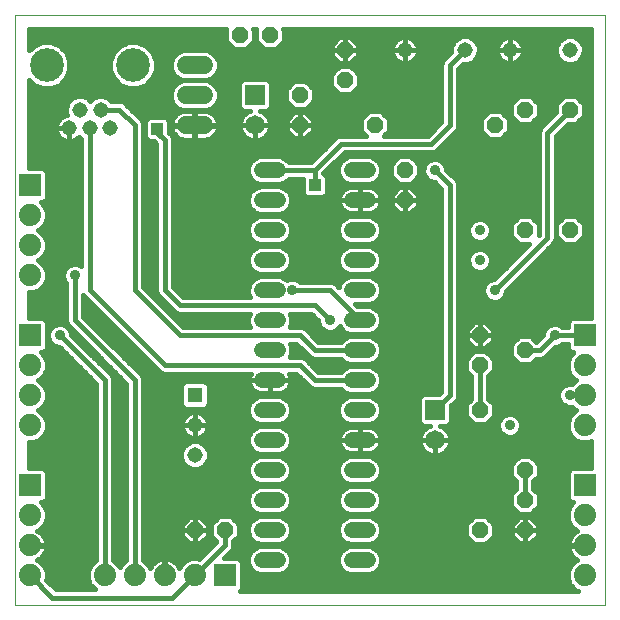
<source format=gbl>
G75*
G70*
%OFA0B0*%
%FSLAX24Y24*%
%IPPOS*%
%LPD*%
%AMOC8*
5,1,8,0,0,1.08239X$1,22.5*
%
%ADD10C,0.0000*%
%ADD11C,0.0520*%
%ADD12C,0.0515*%
%ADD13OC8,0.0520*%
%ADD14R,0.0515X0.0515*%
%ADD15R,0.0650X0.0650*%
%ADD16C,0.0650*%
%ADD17R,0.0740X0.0740*%
%ADD18C,0.0740*%
%ADD19C,0.0600*%
%ADD20C,0.1122*%
%ADD21C,0.0160*%
%ADD22R,0.0396X0.0396*%
%ADD23C,0.0357*%
D10*
X000181Y000181D02*
X000181Y019866D01*
X019866Y019866D01*
X019866Y000181D01*
X000181Y000181D01*
D11*
X008421Y001681D02*
X008941Y001681D01*
X008941Y002681D02*
X008421Y002681D01*
X008421Y003681D02*
X008941Y003681D01*
X008941Y004681D02*
X008421Y004681D01*
X008421Y005681D02*
X008941Y005681D01*
X008941Y006681D02*
X008421Y006681D01*
X008421Y007681D02*
X008941Y007681D01*
X008941Y008681D02*
X008421Y008681D01*
X008421Y009681D02*
X008941Y009681D01*
X008941Y010681D02*
X008421Y010681D01*
X008421Y011681D02*
X008941Y011681D01*
X008941Y012681D02*
X008421Y012681D01*
X008421Y013681D02*
X008941Y013681D01*
X008941Y014681D02*
X008421Y014681D01*
X011421Y014681D02*
X011941Y014681D01*
X011941Y013681D02*
X011421Y013681D01*
X011421Y012681D02*
X011941Y012681D01*
X011941Y011681D02*
X011421Y011681D01*
X011421Y010681D02*
X011941Y010681D01*
X011941Y009681D02*
X011421Y009681D01*
X011421Y008681D02*
X011941Y008681D01*
X011941Y007681D02*
X011421Y007681D01*
X011421Y006681D02*
X011941Y006681D01*
X011941Y005681D02*
X011421Y005681D01*
X011421Y004681D02*
X011941Y004681D01*
X011941Y003681D02*
X011421Y003681D01*
X011421Y002681D02*
X011941Y002681D01*
X011941Y001681D02*
X011421Y001681D01*
D12*
X006181Y005181D03*
X006181Y006181D03*
X003351Y016081D03*
X002681Y016081D03*
X002351Y016701D03*
X003041Y016701D03*
X001981Y016081D03*
X013181Y018681D03*
X015181Y018681D03*
X016681Y018681D03*
X018681Y018681D03*
D13*
X018681Y016681D03*
X017181Y016681D03*
X016181Y016181D03*
X013181Y014681D03*
X013181Y013681D03*
X012181Y016181D03*
X011181Y017681D03*
X011181Y018681D03*
X009681Y017181D03*
X009681Y016181D03*
X008681Y019181D03*
X007681Y019181D03*
X017181Y012681D03*
X018681Y012681D03*
X015681Y009181D03*
X015681Y008181D03*
X015681Y006681D03*
X017181Y004681D03*
X017181Y003681D03*
X017181Y002681D03*
X015681Y002681D03*
X017181Y008681D03*
X007181Y002681D03*
X006181Y002681D03*
D14*
X006181Y007181D03*
D15*
X014181Y006681D03*
X008181Y017181D03*
D16*
X008181Y016181D03*
X014181Y005681D03*
D17*
X019181Y004181D03*
X019181Y009181D03*
X007181Y001181D03*
X000681Y004181D03*
X000681Y009181D03*
X000681Y014181D03*
D18*
X000681Y013181D03*
X000681Y012181D03*
X000681Y011181D03*
X000681Y008181D03*
X000681Y007181D03*
X000681Y006181D03*
X000681Y003181D03*
X000681Y002181D03*
X000681Y001181D03*
X003181Y001181D03*
X004181Y001181D03*
X005181Y001181D03*
X006181Y001181D03*
X019181Y001181D03*
X019181Y002181D03*
X019181Y003181D03*
X019181Y006181D03*
X019181Y007181D03*
X019181Y008181D03*
D19*
X006481Y016181D02*
X005881Y016181D01*
X005881Y017181D02*
X006481Y017181D01*
X006481Y018181D02*
X005881Y018181D01*
D20*
X004118Y018181D03*
X001244Y018181D03*
D21*
X001771Y018731D02*
X003592Y018731D01*
X003687Y018827D02*
X003473Y018612D01*
X003357Y018333D01*
X003357Y018030D01*
X003473Y017750D01*
X003687Y017536D01*
X003967Y017420D01*
X004270Y017420D01*
X004549Y017536D01*
X004764Y017750D01*
X004879Y018030D01*
X004879Y018333D01*
X004764Y018612D01*
X004549Y018827D01*
X004270Y018942D01*
X003967Y018942D01*
X003687Y018827D01*
X003839Y018890D02*
X001523Y018890D01*
X001396Y018942D02*
X001093Y018942D01*
X000813Y018827D01*
X000661Y018675D01*
X000661Y019386D01*
X007236Y019386D01*
X007221Y019372D01*
X007221Y018991D01*
X007491Y018721D01*
X007872Y018721D01*
X008141Y018991D01*
X008141Y019372D01*
X008127Y019386D01*
X008236Y019386D01*
X008221Y019372D01*
X008221Y018991D01*
X008491Y018721D01*
X008872Y018721D01*
X009141Y018991D01*
X009141Y019372D01*
X009127Y019386D01*
X019386Y019386D01*
X019386Y009751D01*
X018729Y009751D01*
X018611Y009634D01*
X018611Y009461D01*
X018437Y009461D01*
X018396Y009502D01*
X018257Y009560D01*
X018106Y009560D01*
X017967Y009502D01*
X017861Y009396D01*
X017803Y009257D01*
X017803Y009199D01*
X017565Y008961D01*
X017552Y008961D01*
X017372Y009141D01*
X016991Y009141D01*
X016721Y008872D01*
X016721Y008491D01*
X016991Y008221D01*
X017372Y008221D01*
X017552Y008401D01*
X017626Y008401D01*
X017737Y008401D01*
X017840Y008444D01*
X018199Y008803D01*
X018257Y008803D01*
X018396Y008861D01*
X018437Y008901D01*
X018611Y008901D01*
X018436Y008901D01*
X018611Y008901D02*
X018611Y008729D01*
X018729Y008611D01*
X018805Y008611D01*
X018698Y008504D01*
X018611Y008295D01*
X018611Y008068D01*
X018698Y007859D01*
X018859Y007698D01*
X018899Y007681D01*
X018859Y007665D01*
X018754Y007560D01*
X018606Y007560D01*
X018467Y007502D01*
X018361Y007396D01*
X018303Y007257D01*
X018303Y007106D01*
X018361Y006967D01*
X018467Y006861D01*
X018606Y006803D01*
X018754Y006803D01*
X018859Y006698D01*
X018899Y006681D01*
X018859Y006665D01*
X018698Y006504D01*
X018611Y006295D01*
X018611Y006068D01*
X018698Y005859D01*
X018859Y005698D01*
X019068Y005611D01*
X019295Y005611D01*
X019386Y005649D01*
X019386Y004751D01*
X018729Y004751D01*
X018611Y004634D01*
X018611Y003729D01*
X018729Y003611D01*
X018805Y003611D01*
X018698Y003504D01*
X018611Y003295D01*
X018611Y003068D01*
X018698Y002859D01*
X018859Y002698D01*
X018928Y002669D01*
X018893Y002652D01*
X018823Y002601D01*
X018762Y002540D01*
X018711Y002470D01*
X018672Y002393D01*
X018645Y002310D01*
X018631Y002225D01*
X018631Y002201D01*
X019161Y002201D01*
X019161Y002161D01*
X018631Y002161D01*
X018631Y002138D01*
X018645Y002053D01*
X018672Y001970D01*
X018711Y001893D01*
X018762Y001823D01*
X018823Y001762D01*
X018893Y001711D01*
X018928Y001693D01*
X018859Y001665D01*
X018698Y001504D01*
X018611Y001295D01*
X018611Y001068D01*
X018698Y000859D01*
X018859Y000698D01*
X018947Y000661D01*
X007684Y000661D01*
X007751Y000729D01*
X007751Y001634D01*
X007634Y001751D01*
X007147Y001751D01*
X007419Y002023D01*
X007461Y002126D01*
X007461Y002237D01*
X007461Y002311D01*
X007641Y002491D01*
X007641Y002872D01*
X007372Y003141D01*
X006991Y003141D01*
X006721Y002872D01*
X006721Y002491D01*
X006901Y002311D01*
X006901Y002297D01*
X006338Y001734D01*
X006295Y001751D01*
X006068Y001751D01*
X005859Y001665D01*
X005698Y001504D01*
X005669Y001435D01*
X005652Y001470D01*
X005601Y001540D01*
X005540Y001601D01*
X005470Y001652D01*
X005393Y001691D01*
X005310Y001718D01*
X005225Y001731D01*
X005201Y001731D01*
X005201Y001202D01*
X005161Y001202D01*
X005161Y001731D01*
X005138Y001731D01*
X005053Y001718D01*
X004970Y001691D01*
X004893Y001652D01*
X004823Y001601D01*
X004762Y001540D01*
X004711Y001470D01*
X004693Y001435D01*
X004665Y001504D01*
X004504Y001665D01*
X004461Y001682D01*
X004461Y007737D01*
X004419Y007840D01*
X004340Y007919D01*
X002461Y009797D01*
X002461Y010506D01*
X004944Y008023D01*
X005023Y007944D01*
X005126Y007901D01*
X008040Y007901D01*
X008014Y007850D01*
X007992Y007784D01*
X007981Y007716D01*
X007981Y007682D01*
X008681Y007682D01*
X008681Y007681D01*
X008682Y007681D01*
X008682Y007682D01*
X009381Y007682D01*
X009381Y007716D01*
X009371Y007784D01*
X009349Y007850D01*
X009323Y007901D01*
X009565Y007901D01*
X009944Y007523D01*
X010023Y007444D01*
X010126Y007401D01*
X011051Y007401D01*
X011161Y007291D01*
X011330Y007221D01*
X012033Y007221D01*
X012202Y007291D01*
X012331Y007421D01*
X012401Y007590D01*
X012401Y007773D01*
X012331Y007942D01*
X012202Y008071D01*
X012033Y008141D01*
X011330Y008141D01*
X011161Y008071D01*
X011051Y007961D01*
X010297Y007961D01*
X009840Y008419D01*
X009737Y008461D01*
X009626Y008461D01*
X009348Y008461D01*
X009401Y008590D01*
X009401Y008773D01*
X009348Y008901D01*
X009566Y008901D01*
X009565Y008901D02*
X009944Y008523D01*
X010023Y008444D01*
X010126Y008401D01*
X011051Y008401D01*
X011161Y008291D01*
X011330Y008221D01*
X012033Y008221D01*
X012202Y008291D01*
X012331Y008421D01*
X012401Y008590D01*
X012401Y008773D01*
X012331Y008942D01*
X012202Y009071D01*
X012033Y009141D01*
X011330Y009141D01*
X011161Y009071D01*
X011051Y008961D01*
X010297Y008961D01*
X009840Y009419D01*
X009737Y009461D01*
X009626Y009461D01*
X009348Y009461D01*
X009401Y009590D01*
X009401Y009773D01*
X009348Y009901D01*
X010065Y009901D01*
X010303Y009664D01*
X010303Y009606D01*
X010361Y009467D01*
X010467Y009361D01*
X010606Y009303D01*
X010757Y009303D01*
X010896Y009361D01*
X011002Y009467D01*
X011007Y009479D01*
X011031Y009421D01*
X011161Y009291D01*
X011330Y009221D01*
X012033Y009221D01*
X012202Y009291D01*
X012331Y009421D01*
X012401Y009590D01*
X012401Y009773D01*
X012331Y009942D01*
X012202Y010071D01*
X012033Y010141D01*
X011617Y010141D01*
X011537Y010221D01*
X012033Y010221D01*
X012202Y010291D01*
X012331Y010421D01*
X012401Y010590D01*
X012401Y010773D01*
X012331Y010942D01*
X012202Y011071D01*
X012033Y011141D01*
X011330Y011141D01*
X011161Y011071D01*
X011031Y010942D01*
X010969Y010790D01*
X010919Y010840D01*
X010840Y010919D01*
X010737Y010961D01*
X009687Y010961D01*
X009646Y011002D01*
X009507Y011060D01*
X009356Y011060D01*
X009255Y011018D01*
X009202Y011071D01*
X009033Y011141D01*
X008330Y011141D01*
X008161Y011071D01*
X008031Y010942D01*
X007961Y010773D01*
X007961Y010590D01*
X008015Y010461D01*
X005797Y010461D01*
X005461Y010797D01*
X005461Y015737D01*
X005419Y015840D01*
X005340Y015919D01*
X005329Y015929D01*
X005329Y016337D01*
X005212Y016454D01*
X004650Y016454D01*
X004533Y016337D01*
X004533Y015775D01*
X004650Y015658D01*
X004809Y015658D01*
X004901Y015565D01*
X004901Y010737D01*
X004901Y010626D01*
X004944Y010523D01*
X005444Y010023D01*
X005523Y009944D01*
X005626Y009901D01*
X008015Y009901D01*
X007961Y009773D01*
X007961Y009590D01*
X008015Y009461D01*
X005797Y009461D01*
X004461Y010797D01*
X004461Y016237D01*
X004419Y016340D01*
X004340Y016419D01*
X003820Y016939D01*
X003717Y016981D01*
X003606Y016981D01*
X003408Y016981D01*
X003301Y017089D01*
X003132Y017159D01*
X002950Y017159D01*
X002782Y017089D01*
X002696Y017003D01*
X002611Y017089D01*
X002442Y017159D01*
X002260Y017159D01*
X002092Y017089D01*
X001964Y016961D01*
X001894Y016792D01*
X001894Y016610D01*
X001933Y016517D01*
X001879Y016508D01*
X001813Y016487D01*
X001752Y016456D01*
X001696Y016415D01*
X001648Y016366D01*
X001607Y016311D01*
X001576Y016249D01*
X001555Y016184D01*
X001544Y016116D01*
X001544Y016082D01*
X001981Y016082D01*
X001981Y016081D01*
X001982Y016081D01*
X001982Y015644D01*
X002016Y015644D01*
X002084Y015655D01*
X002149Y015676D01*
X002211Y015707D01*
X002266Y015748D01*
X002315Y015796D01*
X002317Y015799D01*
X002401Y015714D01*
X002401Y011496D01*
X002396Y011502D01*
X002257Y011560D01*
X002106Y011560D01*
X001967Y011502D01*
X001861Y011396D01*
X001803Y011257D01*
X001803Y011106D01*
X001861Y010967D01*
X001901Y010926D01*
X001901Y009737D01*
X001901Y009626D01*
X001944Y009523D01*
X003901Y007565D01*
X003901Y001682D01*
X003859Y001665D01*
X003698Y001504D01*
X003681Y001464D01*
X003665Y001504D01*
X003504Y001665D01*
X003461Y001682D01*
X003461Y007737D01*
X003419Y007840D01*
X003340Y007919D01*
X002060Y009199D01*
X002060Y009257D01*
X002002Y009396D01*
X001896Y009502D01*
X001757Y009560D01*
X001606Y009560D01*
X001467Y009502D01*
X001361Y009396D01*
X001303Y009257D01*
X001303Y009106D01*
X001361Y008967D01*
X001467Y008861D01*
X001606Y008803D01*
X001664Y008803D01*
X002901Y007565D01*
X002901Y001682D01*
X002859Y001665D01*
X002698Y001504D01*
X002611Y001295D01*
X002611Y001068D01*
X002698Y000859D01*
X002845Y000711D01*
X001547Y000711D01*
X001234Y001025D01*
X001251Y001068D01*
X001251Y001295D01*
X001165Y001504D01*
X001004Y001665D01*
X000935Y001693D01*
X000970Y001711D01*
X001040Y001762D01*
X001101Y001823D01*
X001152Y001893D01*
X001191Y001970D01*
X001218Y002053D01*
X001231Y002138D01*
X001231Y002161D01*
X000702Y002161D01*
X000702Y002201D01*
X001231Y002201D01*
X001231Y002225D01*
X001218Y002310D01*
X001191Y002393D01*
X001152Y002470D01*
X001101Y002540D01*
X001040Y002601D01*
X000970Y002652D01*
X000935Y002669D01*
X001004Y002698D01*
X001165Y002859D01*
X001251Y003068D01*
X001251Y003295D01*
X001165Y003504D01*
X001057Y003611D01*
X001134Y003611D01*
X001251Y003729D01*
X001251Y004634D01*
X001134Y004751D01*
X000661Y004751D01*
X000661Y005611D01*
X000795Y005611D01*
X001004Y005698D01*
X001165Y005859D01*
X001251Y006068D01*
X001251Y006295D01*
X001165Y006504D01*
X001004Y006665D01*
X000964Y006681D01*
X001004Y006698D01*
X001165Y006859D01*
X001251Y007068D01*
X001251Y007295D01*
X001165Y007504D01*
X001004Y007665D01*
X000964Y007681D01*
X001004Y007698D01*
X001165Y007859D01*
X001251Y008068D01*
X001251Y008295D01*
X001165Y008504D01*
X001057Y008611D01*
X001134Y008611D01*
X001251Y008729D01*
X001251Y009634D01*
X001134Y009751D01*
X000661Y009751D01*
X000661Y010611D01*
X000795Y010611D01*
X001004Y010698D01*
X001165Y010859D01*
X001251Y011068D01*
X001251Y011295D01*
X001165Y011504D01*
X001004Y011665D01*
X000964Y011681D01*
X001004Y011698D01*
X001165Y011859D01*
X001251Y012068D01*
X001251Y012295D01*
X001165Y012504D01*
X001004Y012665D01*
X000964Y012681D01*
X001004Y012698D01*
X001165Y012859D01*
X001251Y013068D01*
X001251Y013295D01*
X001165Y013504D01*
X001057Y013611D01*
X001134Y013611D01*
X001251Y013729D01*
X001251Y014634D01*
X001134Y014751D01*
X000661Y014751D01*
X000661Y017688D01*
X000813Y017536D01*
X001093Y017420D01*
X001396Y017420D01*
X001675Y017536D01*
X001890Y017750D01*
X002005Y018030D01*
X002005Y018333D01*
X001890Y018612D01*
X001675Y018827D01*
X001396Y018942D01*
X000965Y018890D02*
X000661Y018890D01*
X000661Y019048D02*
X007221Y019048D01*
X007221Y019207D02*
X000661Y019207D01*
X000661Y019365D02*
X007221Y019365D01*
X007323Y018890D02*
X004397Y018890D01*
X004645Y018731D02*
X007481Y018731D01*
X007881Y018731D02*
X008481Y018731D01*
X008323Y018890D02*
X008040Y018890D01*
X008141Y019048D02*
X008221Y019048D01*
X008221Y019207D02*
X008141Y019207D01*
X008141Y019365D02*
X008221Y019365D01*
X008881Y018731D02*
X010741Y018731D01*
X010741Y018682D02*
X011181Y018682D01*
X011181Y019121D01*
X010999Y019121D01*
X010741Y018864D01*
X010741Y018682D01*
X010741Y018681D02*
X010741Y018499D01*
X010999Y018241D01*
X011181Y018241D01*
X011181Y018681D01*
X010741Y018681D01*
X010741Y018572D02*
X006797Y018572D01*
X006765Y018605D02*
X006905Y018465D01*
X006981Y018281D01*
X006981Y018082D01*
X006905Y017898D01*
X006765Y017758D01*
X006581Y017681D01*
X005782Y017681D01*
X005598Y017605D01*
X005458Y017465D01*
X005381Y017281D01*
X005381Y017082D01*
X005458Y016898D01*
X005598Y016758D01*
X005782Y016681D01*
X006581Y016681D01*
X006765Y016758D01*
X006905Y016898D01*
X006981Y017082D01*
X006981Y017281D01*
X006905Y017465D01*
X006765Y017605D01*
X006581Y017681D01*
X005782Y017681D01*
X005598Y017758D01*
X005458Y017898D01*
X005381Y018082D01*
X005381Y018281D01*
X005458Y018465D01*
X005598Y018605D01*
X005782Y018681D01*
X006581Y018681D01*
X006765Y018605D01*
X006926Y018414D02*
X010827Y018414D01*
X010985Y018255D02*
X006981Y018255D01*
X006981Y018097D02*
X010946Y018097D01*
X010991Y018141D02*
X010721Y017872D01*
X010721Y017491D01*
X010991Y017221D01*
X011372Y017221D01*
X011641Y017491D01*
X011641Y017872D01*
X011372Y018141D01*
X010991Y018141D01*
X011182Y018241D02*
X011364Y018241D01*
X011621Y018499D01*
X011621Y018681D01*
X011182Y018681D01*
X011182Y018682D01*
X011181Y018682D01*
X011181Y018681D01*
X011182Y018681D01*
X011182Y018241D01*
X011181Y018255D02*
X011182Y018255D01*
X011181Y018414D02*
X011182Y018414D01*
X011181Y018572D02*
X011182Y018572D01*
X011182Y018682D02*
X011621Y018682D01*
X011621Y018864D01*
X011364Y019121D01*
X011182Y019121D01*
X011182Y018682D01*
X011181Y018731D02*
X011182Y018731D01*
X011181Y018890D02*
X011182Y018890D01*
X011181Y019048D02*
X011182Y019048D01*
X010926Y019048D02*
X009141Y019048D01*
X009141Y019207D02*
X019386Y019207D01*
X019386Y019365D02*
X009141Y019365D01*
X009040Y018890D02*
X010767Y018890D01*
X011378Y018255D02*
X013077Y018255D01*
X013079Y018255D02*
X013147Y018244D01*
X013181Y018244D01*
X013181Y018681D01*
X013182Y018681D01*
X013182Y018682D01*
X013619Y018682D01*
X013619Y018716D01*
X013608Y018784D01*
X013587Y018849D01*
X013556Y018911D01*
X013515Y018966D01*
X013466Y019015D01*
X013411Y019056D01*
X013349Y019087D01*
X013284Y019108D01*
X013216Y019119D01*
X013182Y019119D01*
X013182Y018682D01*
X013181Y018682D01*
X013181Y019119D01*
X013147Y019119D01*
X013079Y019108D01*
X013013Y019087D01*
X012952Y019056D01*
X012896Y019015D01*
X012848Y018966D01*
X012807Y018911D01*
X012776Y018849D01*
X012755Y018784D01*
X012744Y018716D01*
X012744Y018682D01*
X013181Y018682D01*
X013181Y018681D01*
X012744Y018681D01*
X012744Y018647D01*
X012755Y018579D01*
X012776Y018513D01*
X012807Y018452D01*
X012848Y018396D01*
X012896Y018348D01*
X012952Y018307D01*
X013013Y018276D01*
X013079Y018255D01*
X013181Y018255D02*
X013182Y018255D01*
X013182Y018244D02*
X013216Y018244D01*
X013284Y018255D01*
X013349Y018276D01*
X013411Y018307D01*
X013466Y018348D01*
X013515Y018396D01*
X013556Y018452D01*
X013587Y018513D01*
X013608Y018579D01*
X013619Y018647D01*
X013619Y018681D01*
X013182Y018681D01*
X013182Y018244D01*
X013286Y018255D02*
X014409Y018255D01*
X014401Y018237D02*
X014401Y016297D01*
X013940Y015836D01*
X012487Y015836D01*
X012641Y015991D01*
X012641Y016372D01*
X012372Y016641D01*
X011991Y016641D01*
X011721Y016372D01*
X011721Y015991D01*
X011876Y015836D01*
X011001Y015836D01*
X010898Y015794D01*
X010819Y015715D01*
X010065Y014961D01*
X009312Y014961D01*
X009202Y015071D01*
X009033Y015141D01*
X008330Y015141D01*
X008161Y015071D01*
X008031Y014942D01*
X007961Y014773D01*
X007961Y014590D01*
X008031Y014421D01*
X008161Y014291D01*
X008330Y014221D01*
X009033Y014221D01*
X009202Y014291D01*
X009312Y014401D01*
X009783Y014401D01*
X009783Y013900D01*
X009900Y013783D01*
X010462Y013783D01*
X010579Y013900D01*
X010579Y014462D01*
X010469Y014573D01*
X011172Y015276D01*
X014112Y015276D01*
X014215Y015319D01*
X014294Y015398D01*
X014919Y016023D01*
X014961Y016126D01*
X014961Y016237D01*
X014961Y018065D01*
X015120Y018224D01*
X015272Y018224D01*
X015441Y018294D01*
X015569Y018422D01*
X015639Y018590D01*
X015639Y018772D01*
X015569Y018941D01*
X015441Y019069D01*
X015272Y019139D01*
X015090Y019139D01*
X014922Y019069D01*
X014794Y018941D01*
X014724Y018772D01*
X014724Y018620D01*
X014523Y018419D01*
X014444Y018340D01*
X014401Y018237D01*
X014401Y018097D02*
X011416Y018097D01*
X011575Y017938D02*
X014401Y017938D01*
X014401Y017780D02*
X011641Y017780D01*
X011641Y017621D02*
X014401Y017621D01*
X014401Y017463D02*
X011613Y017463D01*
X011455Y017304D02*
X014401Y017304D01*
X014401Y017146D02*
X010141Y017146D01*
X010141Y016991D02*
X009872Y016721D01*
X009491Y016721D01*
X009221Y016991D01*
X009221Y017372D01*
X009491Y017641D01*
X009872Y017641D01*
X010141Y017372D01*
X010141Y016991D01*
X010138Y016987D02*
X014401Y016987D01*
X014401Y016828D02*
X009979Y016828D01*
X009864Y016621D02*
X009682Y016621D01*
X009682Y016182D01*
X009681Y016182D01*
X009681Y016621D01*
X009499Y016621D01*
X009241Y016364D01*
X009241Y016182D01*
X009681Y016182D01*
X009681Y016181D01*
X009241Y016181D01*
X009241Y015999D01*
X009499Y015741D01*
X009681Y015741D01*
X009681Y016181D01*
X009682Y016181D01*
X009682Y016182D01*
X010121Y016182D01*
X010121Y016364D01*
X009864Y016621D01*
X009974Y016511D02*
X011861Y016511D01*
X011721Y016353D02*
X010121Y016353D01*
X010121Y016194D02*
X011721Y016194D01*
X011721Y016036D02*
X010121Y016036D01*
X010121Y015999D02*
X010121Y016181D01*
X009682Y016181D01*
X009682Y015741D01*
X009864Y015741D01*
X010121Y015999D01*
X009999Y015877D02*
X011835Y015877D01*
X012528Y015877D02*
X013981Y015877D01*
X014140Y016036D02*
X012641Y016036D01*
X012641Y016194D02*
X014298Y016194D01*
X014401Y016353D02*
X012641Y016353D01*
X012502Y016511D02*
X014401Y016511D01*
X014401Y016670D02*
X008603Y016670D01*
X008589Y016656D02*
X008706Y016774D01*
X008706Y017589D01*
X008589Y017706D01*
X007774Y017706D01*
X007656Y017589D01*
X007656Y016774D01*
X007774Y016656D01*
X008009Y016656D01*
X007988Y016649D01*
X007917Y016613D01*
X007852Y016567D01*
X007796Y016510D01*
X007749Y016446D01*
X007713Y016375D01*
X007689Y016300D01*
X007676Y016221D01*
X007676Y016182D01*
X008181Y016182D01*
X008181Y016181D01*
X007676Y016181D01*
X007676Y016142D01*
X007689Y016063D01*
X007713Y015988D01*
X007749Y015917D01*
X007796Y015852D01*
X007852Y015796D01*
X007917Y015749D01*
X007988Y015713D01*
X008063Y015689D01*
X008142Y015676D01*
X008181Y015676D01*
X008181Y016181D01*
X008182Y016181D01*
X008182Y016182D01*
X008686Y016182D01*
X008686Y016221D01*
X008674Y016300D01*
X008649Y016375D01*
X008613Y016446D01*
X008567Y016510D01*
X008510Y016567D01*
X008446Y016613D01*
X008375Y016649D01*
X008353Y016656D01*
X008589Y016656D01*
X008566Y016511D02*
X009389Y016511D01*
X009241Y016353D02*
X008657Y016353D01*
X008686Y016194D02*
X009241Y016194D01*
X009241Y016036D02*
X008665Y016036D01*
X008674Y016063D02*
X008686Y016142D01*
X008686Y016181D01*
X008182Y016181D01*
X008182Y015676D01*
X008221Y015676D01*
X008300Y015689D01*
X008375Y015713D01*
X008446Y015749D01*
X008510Y015796D01*
X008567Y015852D01*
X008613Y015917D01*
X008649Y015988D01*
X008674Y016063D01*
X008585Y015877D02*
X009363Y015877D01*
X009681Y015877D02*
X009682Y015877D01*
X009681Y016036D02*
X009682Y016036D01*
X009681Y016194D02*
X009682Y016194D01*
X009681Y016353D02*
X009682Y016353D01*
X009681Y016511D02*
X009682Y016511D01*
X009384Y016828D02*
X008706Y016828D01*
X008706Y016987D02*
X009225Y016987D01*
X009221Y017146D02*
X008706Y017146D01*
X008706Y017304D02*
X009221Y017304D01*
X009312Y017463D02*
X008706Y017463D01*
X008674Y017621D02*
X009471Y017621D01*
X009892Y017621D02*
X010721Y017621D01*
X010721Y017780D02*
X006787Y017780D01*
X006726Y017621D02*
X007688Y017621D01*
X007656Y017463D02*
X006906Y017463D01*
X006972Y017304D02*
X007656Y017304D01*
X007656Y017146D02*
X006981Y017146D01*
X006942Y016987D02*
X007656Y016987D01*
X007656Y016828D02*
X006836Y016828D01*
X006733Y016592D02*
X006666Y016626D01*
X006594Y016650D01*
X006519Y016661D01*
X006201Y016661D01*
X006201Y016202D01*
X006161Y016202D01*
X006161Y016661D01*
X005844Y016661D01*
X005769Y016650D01*
X005697Y016626D01*
X005630Y016592D01*
X005569Y016548D01*
X005515Y016494D01*
X005471Y016433D01*
X005437Y016366D01*
X005413Y016294D01*
X005401Y016219D01*
X005401Y016201D01*
X006161Y016201D01*
X006161Y016161D01*
X006201Y016161D01*
X006201Y015701D01*
X006519Y015701D01*
X006594Y015713D01*
X006666Y015737D01*
X006733Y015771D01*
X006794Y015815D01*
X006848Y015869D01*
X006892Y015930D01*
X006926Y015997D01*
X006950Y016069D01*
X006961Y016144D01*
X006961Y016161D01*
X006202Y016161D01*
X006202Y016201D01*
X006961Y016201D01*
X006961Y016219D01*
X006950Y016294D01*
X006926Y016366D01*
X006892Y016433D01*
X006848Y016494D01*
X006794Y016548D01*
X006733Y016592D01*
X006830Y016511D02*
X007797Y016511D01*
X007760Y016670D02*
X004089Y016670D01*
X004247Y016511D02*
X005533Y016511D01*
X005432Y016353D02*
X005314Y016353D01*
X005329Y016194D02*
X006161Y016194D01*
X006161Y016161D02*
X005401Y016161D01*
X005401Y016144D01*
X005413Y016069D01*
X005437Y015997D01*
X005471Y015930D01*
X005515Y015869D01*
X005569Y015815D01*
X005630Y015771D01*
X005697Y015737D01*
X005769Y015713D01*
X005844Y015701D01*
X006161Y015701D01*
X006161Y016161D01*
X006202Y016194D02*
X007676Y016194D01*
X007698Y016036D02*
X006939Y016036D01*
X006854Y015877D02*
X007778Y015877D01*
X007977Y015719D02*
X006611Y015719D01*
X006201Y015719D02*
X006161Y015719D01*
X006161Y015877D02*
X006201Y015877D01*
X006201Y016036D02*
X006161Y016036D01*
X006161Y016353D02*
X006201Y016353D01*
X006201Y016511D02*
X006161Y016511D01*
X005527Y016828D02*
X003930Y016828D01*
X003661Y016701D02*
X004181Y016181D01*
X004181Y010681D01*
X005681Y009181D01*
X009681Y009181D01*
X010181Y008681D01*
X011681Y008681D01*
X011220Y008267D02*
X009992Y008267D01*
X010067Y008426D02*
X009823Y008426D01*
X009883Y008584D02*
X009399Y008584D01*
X009401Y008743D02*
X009724Y008743D01*
X009565Y008901D02*
X009348Y008901D01*
X009379Y009535D02*
X010332Y009535D01*
X010273Y009694D02*
X009401Y009694D01*
X009368Y009853D02*
X010114Y009853D01*
X010181Y010181D02*
X010681Y009681D01*
X010451Y009377D02*
X009882Y009377D01*
X010040Y009218D02*
X014401Y009218D01*
X014401Y009060D02*
X012213Y009060D01*
X012348Y008901D02*
X014401Y008901D01*
X014401Y008743D02*
X012401Y008743D01*
X012399Y008584D02*
X014401Y008584D01*
X014401Y008426D02*
X012333Y008426D01*
X012143Y008267D02*
X014401Y008267D01*
X014401Y008109D02*
X012112Y008109D01*
X012323Y007950D02*
X014401Y007950D01*
X014401Y007791D02*
X012394Y007791D01*
X012401Y007633D02*
X014401Y007633D01*
X014401Y007474D02*
X012354Y007474D01*
X012226Y007316D02*
X014401Y007316D01*
X014401Y007297D02*
X014310Y007206D01*
X013774Y007206D01*
X013656Y007089D01*
X013656Y006274D01*
X013774Y006156D01*
X014009Y006156D01*
X013988Y006149D01*
X013917Y006113D01*
X013852Y006067D01*
X013796Y006010D01*
X013749Y005946D01*
X013713Y005875D01*
X013689Y005800D01*
X013676Y005721D01*
X013676Y005682D01*
X014181Y005682D01*
X014181Y005681D01*
X013676Y005681D01*
X013676Y005642D01*
X013689Y005563D01*
X013713Y005488D01*
X013749Y005417D01*
X013796Y005352D01*
X013852Y005296D01*
X013917Y005249D01*
X013988Y005213D01*
X014063Y005189D01*
X014142Y005176D01*
X014181Y005176D01*
X014181Y005681D01*
X014182Y005681D01*
X014182Y005682D01*
X014686Y005682D01*
X014686Y005721D01*
X014674Y005800D01*
X014649Y005875D01*
X014613Y005946D01*
X014567Y006010D01*
X014510Y006067D01*
X014446Y006113D01*
X014375Y006149D01*
X014354Y006156D01*
X014589Y006156D01*
X014706Y006274D01*
X014706Y006810D01*
X014840Y006944D01*
X014919Y007023D01*
X014961Y007126D01*
X014961Y014126D01*
X014961Y014237D01*
X014919Y014340D01*
X014560Y014699D01*
X014560Y014757D01*
X014502Y014896D01*
X014396Y015002D01*
X014257Y015060D01*
X014106Y015060D01*
X013967Y015002D01*
X013861Y014896D01*
X013803Y014757D01*
X013803Y014606D01*
X013861Y014467D01*
X013967Y014361D01*
X014106Y014303D01*
X014164Y014303D01*
X014401Y014065D01*
X014401Y007297D01*
X014681Y007181D02*
X014681Y014181D01*
X014181Y014681D01*
X013891Y014926D02*
X013587Y014926D01*
X013641Y014872D02*
X013372Y015141D01*
X012991Y015141D01*
X012721Y014872D01*
X012721Y014491D01*
X012991Y014221D01*
X013372Y014221D01*
X013641Y014491D01*
X013641Y014872D01*
X013641Y014767D02*
X013807Y014767D01*
X013803Y014609D02*
X013641Y014609D01*
X013601Y014450D02*
X013877Y014450D01*
X014175Y014292D02*
X013442Y014292D01*
X013364Y014121D02*
X013182Y014121D01*
X013182Y013682D01*
X013181Y013682D01*
X013181Y014121D01*
X012999Y014121D01*
X012741Y013864D01*
X012741Y013682D01*
X013181Y013682D01*
X013181Y013681D01*
X012741Y013681D01*
X012741Y013499D01*
X012999Y013241D01*
X013181Y013241D01*
X013181Y013681D01*
X013182Y013681D01*
X013182Y013682D01*
X013621Y013682D01*
X013621Y013864D01*
X013364Y014121D01*
X013510Y013975D02*
X014401Y013975D01*
X014401Y013816D02*
X013621Y013816D01*
X013621Y013681D02*
X013182Y013681D01*
X013182Y013241D01*
X013364Y013241D01*
X013621Y013499D01*
X014401Y013499D01*
X014401Y013341D02*
X013463Y013341D01*
X013621Y013499D02*
X013621Y013681D01*
X013621Y013658D02*
X014401Y013658D01*
X014401Y013182D02*
X005461Y013182D01*
X005461Y013341D02*
X008112Y013341D01*
X008161Y013291D02*
X008031Y013421D01*
X007961Y013590D01*
X007961Y013773D01*
X008031Y013942D01*
X008161Y014071D01*
X008330Y014141D01*
X009033Y014141D01*
X009202Y014071D01*
X009331Y013942D01*
X009401Y013773D01*
X009401Y013590D01*
X009331Y013421D01*
X009202Y013291D01*
X009033Y013221D01*
X008330Y013221D01*
X008161Y013291D01*
X008161Y013071D02*
X008031Y012942D01*
X007961Y012773D01*
X007961Y012590D01*
X008031Y012421D01*
X008161Y012291D01*
X008330Y012221D01*
X009033Y012221D01*
X009202Y012291D01*
X009331Y012421D01*
X009401Y012590D01*
X009401Y012773D01*
X009331Y012942D01*
X009202Y013071D01*
X009033Y013141D01*
X008330Y013141D01*
X008161Y013071D01*
X008113Y013023D02*
X005461Y013023D01*
X005461Y012865D02*
X008000Y012865D01*
X007961Y012706D02*
X005461Y012706D01*
X005461Y012548D02*
X007979Y012548D01*
X008063Y012389D02*
X005461Y012389D01*
X005461Y012231D02*
X008307Y012231D01*
X008330Y012141D02*
X008161Y012071D01*
X008031Y011942D01*
X007961Y011773D01*
X007961Y011590D01*
X008031Y011421D01*
X008161Y011291D01*
X008330Y011221D01*
X009033Y011221D01*
X009202Y011291D01*
X009331Y011421D01*
X009401Y011590D01*
X009401Y011773D01*
X009331Y011942D01*
X009202Y012071D01*
X009033Y012141D01*
X008330Y012141D01*
X008163Y012072D02*
X005461Y012072D01*
X005461Y011914D02*
X008020Y011914D01*
X007961Y011755D02*
X005461Y011755D01*
X005461Y011597D02*
X007961Y011597D01*
X008024Y011438D02*
X005461Y011438D01*
X005461Y011279D02*
X008190Y011279D01*
X008280Y011121D02*
X005461Y011121D01*
X005461Y010962D02*
X008052Y010962D01*
X007974Y010804D02*
X005461Y010804D01*
X005613Y010645D02*
X007961Y010645D01*
X008004Y010487D02*
X005772Y010487D01*
X005681Y010181D02*
X010181Y010181D01*
X010681Y010681D02*
X009431Y010681D01*
X009686Y010962D02*
X011052Y010962D01*
X010974Y010804D02*
X010955Y010804D01*
X010681Y010681D02*
X011681Y009681D01*
X011589Y010170D02*
X014401Y010170D01*
X014401Y010328D02*
X012239Y010328D01*
X012359Y010487D02*
X014401Y010487D01*
X014401Y010645D02*
X012401Y010645D01*
X012389Y010804D02*
X014401Y010804D01*
X014401Y010962D02*
X012311Y010962D01*
X012082Y011121D02*
X014401Y011121D01*
X014401Y011279D02*
X012173Y011279D01*
X012202Y011291D02*
X012331Y011421D01*
X012401Y011590D01*
X012401Y011773D01*
X012331Y011942D01*
X012202Y012071D01*
X012033Y012141D01*
X011330Y012141D01*
X011161Y012071D01*
X011031Y011942D01*
X010961Y011773D01*
X010961Y011590D01*
X011031Y011421D01*
X011161Y011291D01*
X011330Y011221D01*
X012033Y011221D01*
X012202Y011291D01*
X012338Y011438D02*
X014401Y011438D01*
X014401Y011597D02*
X012401Y011597D01*
X012401Y011755D02*
X014401Y011755D01*
X014401Y011914D02*
X012343Y011914D01*
X012200Y012072D02*
X014401Y012072D01*
X014401Y012231D02*
X012055Y012231D01*
X012033Y012221D02*
X012202Y012291D01*
X012331Y012421D01*
X012401Y012590D01*
X012401Y012773D01*
X012331Y012942D01*
X012202Y013071D01*
X012033Y013141D01*
X011330Y013141D01*
X011161Y013071D01*
X011031Y012942D01*
X010961Y012773D01*
X010961Y012590D01*
X011031Y012421D01*
X011161Y012291D01*
X011330Y012221D01*
X012033Y012221D01*
X012300Y012389D02*
X014401Y012389D01*
X014401Y012548D02*
X012384Y012548D01*
X012401Y012706D02*
X014401Y012706D01*
X014401Y012865D02*
X012363Y012865D01*
X012250Y013023D02*
X014401Y013023D01*
X014961Y013023D02*
X015518Y013023D01*
X015467Y013002D02*
X015606Y013060D01*
X015757Y013060D01*
X015896Y013002D01*
X016002Y012896D01*
X016060Y012757D01*
X016060Y012606D01*
X016002Y012467D01*
X015896Y012361D01*
X015757Y012303D01*
X015606Y012303D01*
X015467Y012361D01*
X015361Y012467D01*
X015303Y012606D01*
X015303Y012757D01*
X015361Y012896D01*
X015467Y013002D01*
X015348Y012865D02*
X014961Y012865D01*
X014961Y012706D02*
X015303Y012706D01*
X015327Y012548D02*
X014961Y012548D01*
X014961Y012389D02*
X015438Y012389D01*
X015606Y012060D02*
X015467Y012002D01*
X015361Y011896D01*
X015303Y011757D01*
X015303Y011606D01*
X015361Y011467D01*
X015467Y011361D01*
X015606Y011303D01*
X015757Y011303D01*
X015896Y011361D01*
X016002Y011467D01*
X016060Y011606D01*
X016060Y011757D01*
X016002Y011896D01*
X015896Y012002D01*
X015757Y012060D01*
X015606Y012060D01*
X015378Y011914D02*
X014961Y011914D01*
X014961Y012072D02*
X017176Y012072D01*
X017326Y012221D02*
X016991Y012221D01*
X016721Y012491D01*
X016721Y012872D01*
X016991Y013141D01*
X017372Y013141D01*
X017641Y012872D01*
X017641Y012537D01*
X017651Y012547D01*
X017651Y015876D01*
X017651Y015987D01*
X017694Y016090D01*
X018221Y016617D01*
X018221Y016872D01*
X018491Y017141D01*
X018872Y017141D01*
X019141Y016872D01*
X019141Y016491D01*
X018872Y016221D01*
X018617Y016221D01*
X018211Y015815D01*
X018211Y012376D01*
X018169Y012273D01*
X018090Y012194D01*
X016560Y010664D01*
X016560Y010606D01*
X016502Y010467D01*
X016396Y010361D01*
X016257Y010303D01*
X016106Y010303D01*
X015967Y010361D01*
X015861Y010467D01*
X015803Y010606D01*
X015803Y010757D01*
X015861Y010896D01*
X015967Y011002D01*
X016106Y011060D01*
X016164Y011060D01*
X017326Y012221D01*
X017641Y012548D02*
X017651Y012548D01*
X017641Y012706D02*
X017651Y012706D01*
X017641Y012865D02*
X017651Y012865D01*
X017651Y013023D02*
X017490Y013023D01*
X017651Y013182D02*
X014961Y013182D01*
X014961Y013341D02*
X017651Y013341D01*
X017651Y013499D02*
X014961Y013499D01*
X014961Y013658D02*
X017651Y013658D01*
X017651Y013816D02*
X014961Y013816D01*
X014961Y013975D02*
X017651Y013975D01*
X017651Y014133D02*
X014961Y014133D01*
X014939Y014292D02*
X017651Y014292D01*
X017651Y014450D02*
X014808Y014450D01*
X014650Y014609D02*
X017651Y014609D01*
X017651Y014767D02*
X014555Y014767D01*
X014472Y014926D02*
X017651Y014926D01*
X017651Y015084D02*
X013429Y015084D01*
X012934Y015084D02*
X012170Y015084D01*
X012202Y015071D02*
X012033Y015141D01*
X011330Y015141D01*
X011161Y015071D01*
X011031Y014942D01*
X010961Y014773D01*
X010961Y014590D01*
X011031Y014421D01*
X011161Y014291D01*
X011330Y014221D01*
X012033Y014221D01*
X012202Y014291D01*
X012331Y014421D01*
X012401Y014590D01*
X012401Y014773D01*
X012331Y014942D01*
X012202Y015071D01*
X012338Y014926D02*
X012775Y014926D01*
X012721Y014767D02*
X012401Y014767D01*
X012401Y014609D02*
X012721Y014609D01*
X012762Y014450D02*
X012344Y014450D01*
X012202Y014292D02*
X012921Y014292D01*
X012852Y013975D02*
X012270Y013975D01*
X012277Y013968D02*
X012228Y014017D01*
X012172Y014058D01*
X012110Y014089D01*
X012044Y014111D01*
X011976Y014121D01*
X011682Y014121D01*
X011682Y013682D01*
X011681Y013682D01*
X011681Y014121D01*
X011387Y014121D01*
X011318Y014111D01*
X011252Y014089D01*
X011191Y014058D01*
X011135Y014017D01*
X011086Y013968D01*
X011045Y013912D01*
X011014Y013850D01*
X010992Y013784D01*
X010981Y013716D01*
X010981Y013682D01*
X011681Y013682D01*
X011681Y013681D01*
X011682Y013681D01*
X011682Y013682D01*
X012381Y013682D01*
X012381Y013716D01*
X012371Y013784D01*
X012349Y013850D01*
X012318Y013912D01*
X012277Y013968D01*
X012360Y013816D02*
X012741Y013816D01*
X012741Y013658D02*
X012381Y013658D01*
X012381Y013647D02*
X012371Y013578D01*
X012349Y013512D01*
X012318Y013451D01*
X012277Y013395D01*
X012228Y013346D01*
X012172Y013305D01*
X012110Y013274D01*
X012044Y013252D01*
X011976Y013241D01*
X011682Y013241D01*
X011682Y013681D01*
X012381Y013681D01*
X012381Y013647D01*
X012342Y013499D02*
X012742Y013499D01*
X012900Y013341D02*
X012221Y013341D01*
X011682Y013341D02*
X011681Y013341D01*
X011681Y013241D02*
X011681Y013681D01*
X010981Y013681D01*
X010981Y013647D01*
X010992Y013578D01*
X011014Y013512D01*
X011045Y013451D01*
X011086Y013395D01*
X011135Y013346D01*
X011191Y013305D01*
X011252Y013274D01*
X011318Y013252D01*
X011387Y013241D01*
X011681Y013241D01*
X011681Y013499D02*
X011682Y013499D01*
X011681Y013658D02*
X011682Y013658D01*
X011681Y013816D02*
X011682Y013816D01*
X011681Y013975D02*
X011682Y013975D01*
X011092Y013975D02*
X010579Y013975D01*
X010579Y014133D02*
X014334Y014133D01*
X013182Y013975D02*
X013181Y013975D01*
X013181Y013816D02*
X013182Y013816D01*
X013181Y013658D02*
X013182Y013658D01*
X013181Y013499D02*
X013182Y013499D01*
X013181Y013341D02*
X013182Y013341D01*
X014961Y012231D02*
X016982Y012231D01*
X016823Y012389D02*
X015924Y012389D01*
X016036Y012548D02*
X016721Y012548D01*
X016721Y012706D02*
X016060Y012706D01*
X016015Y012865D02*
X016721Y012865D01*
X016873Y013023D02*
X015845Y013023D01*
X015984Y011914D02*
X017018Y011914D01*
X016859Y011755D02*
X016060Y011755D01*
X016056Y011597D02*
X016701Y011597D01*
X016542Y011438D02*
X015973Y011438D01*
X016225Y011121D02*
X014961Y011121D01*
X014961Y011279D02*
X016384Y011279D01*
X015927Y010962D02*
X014961Y010962D01*
X014961Y010804D02*
X015823Y010804D01*
X015803Y010645D02*
X014961Y010645D01*
X014961Y010487D02*
X015852Y010487D01*
X016045Y010328D02*
X014961Y010328D01*
X014961Y010170D02*
X019386Y010170D01*
X019386Y010328D02*
X016318Y010328D01*
X016510Y010487D02*
X019386Y010487D01*
X019386Y010645D02*
X016560Y010645D01*
X016700Y010804D02*
X019386Y010804D01*
X019386Y010962D02*
X016858Y010962D01*
X017017Y011121D02*
X019386Y011121D01*
X019386Y011279D02*
X017175Y011279D01*
X017334Y011438D02*
X019386Y011438D01*
X019386Y011597D02*
X017492Y011597D01*
X017651Y011755D02*
X019386Y011755D01*
X019386Y011914D02*
X017810Y011914D01*
X017968Y012072D02*
X019386Y012072D01*
X019386Y012231D02*
X018881Y012231D01*
X018872Y012221D02*
X019141Y012491D01*
X019141Y012872D01*
X018872Y013141D01*
X018491Y013141D01*
X018221Y012872D01*
X018221Y012491D01*
X018491Y012221D01*
X018872Y012221D01*
X019040Y012389D02*
X019386Y012389D01*
X019386Y012548D02*
X019141Y012548D01*
X019141Y012706D02*
X019386Y012706D01*
X019386Y012865D02*
X019141Y012865D01*
X018990Y013023D02*
X019386Y013023D01*
X019386Y013182D02*
X018211Y013182D01*
X018211Y013341D02*
X019386Y013341D01*
X019386Y013499D02*
X018211Y013499D01*
X018211Y013658D02*
X019386Y013658D01*
X019386Y013816D02*
X018211Y013816D01*
X018211Y013975D02*
X019386Y013975D01*
X019386Y014133D02*
X018211Y014133D01*
X018211Y014292D02*
X019386Y014292D01*
X019386Y014450D02*
X018211Y014450D01*
X018211Y014609D02*
X019386Y014609D01*
X019386Y014767D02*
X018211Y014767D01*
X018211Y014926D02*
X019386Y014926D01*
X019386Y015084D02*
X018211Y015084D01*
X018211Y015243D02*
X019386Y015243D01*
X019386Y015402D02*
X018211Y015402D01*
X018211Y015560D02*
X019386Y015560D01*
X019386Y015719D02*
X018211Y015719D01*
X018273Y015877D02*
X019386Y015877D01*
X019386Y016036D02*
X018432Y016036D01*
X018590Y016194D02*
X019386Y016194D01*
X019386Y016353D02*
X019003Y016353D01*
X019141Y016511D02*
X019386Y016511D01*
X019386Y016670D02*
X019141Y016670D01*
X019141Y016828D02*
X019386Y016828D01*
X019386Y016987D02*
X019026Y016987D01*
X019386Y017146D02*
X014961Y017146D01*
X014961Y017304D02*
X019386Y017304D01*
X019386Y017463D02*
X014961Y017463D01*
X014961Y017621D02*
X019386Y017621D01*
X019386Y017780D02*
X014961Y017780D01*
X014961Y017938D02*
X019386Y017938D01*
X019386Y018097D02*
X014993Y018097D01*
X014681Y018181D02*
X014681Y016181D01*
X014056Y015556D01*
X011056Y015556D01*
X010181Y014681D01*
X008681Y014681D01*
X008193Y015084D02*
X005461Y015084D01*
X005461Y014926D02*
X008025Y014926D01*
X007961Y014767D02*
X005461Y014767D01*
X005461Y014609D02*
X007961Y014609D01*
X008019Y014450D02*
X005461Y014450D01*
X005461Y014292D02*
X008161Y014292D01*
X008310Y014133D02*
X005461Y014133D01*
X005461Y013975D02*
X008064Y013975D01*
X007979Y013816D02*
X005461Y013816D01*
X005461Y013658D02*
X007961Y013658D01*
X007999Y013499D02*
X005461Y013499D01*
X004901Y013499D02*
X004461Y013499D01*
X004461Y013341D02*
X004901Y013341D01*
X004901Y013182D02*
X004461Y013182D01*
X004461Y013023D02*
X004901Y013023D01*
X004901Y012865D02*
X004461Y012865D01*
X004461Y012706D02*
X004901Y012706D01*
X004901Y012548D02*
X004461Y012548D01*
X004461Y012389D02*
X004901Y012389D01*
X004901Y012231D02*
X004461Y012231D01*
X004461Y012072D02*
X004901Y012072D01*
X004901Y011914D02*
X004461Y011914D01*
X004461Y011755D02*
X004901Y011755D01*
X004901Y011597D02*
X004461Y011597D01*
X004461Y011438D02*
X004901Y011438D01*
X004901Y011279D02*
X004461Y011279D01*
X004461Y011121D02*
X004901Y011121D01*
X004901Y010962D02*
X004461Y010962D01*
X004461Y010804D02*
X004901Y010804D01*
X004901Y010645D02*
X004613Y010645D01*
X004772Y010487D02*
X004980Y010487D01*
X004931Y010328D02*
X005139Y010328D01*
X005089Y010170D02*
X005297Y010170D01*
X005248Y010011D02*
X005456Y010011D01*
X005406Y009853D02*
X007994Y009853D01*
X007961Y009694D02*
X005565Y009694D01*
X005723Y009535D02*
X007984Y009535D01*
X007995Y007791D02*
X004439Y007791D01*
X004461Y007633D02*
X005835Y007633D01*
X005841Y007639D02*
X005724Y007522D01*
X005724Y006841D01*
X005841Y006724D01*
X006522Y006724D01*
X006639Y006841D01*
X006639Y007522D01*
X006522Y007639D01*
X005841Y007639D01*
X005724Y007474D02*
X004461Y007474D01*
X004461Y007316D02*
X005724Y007316D01*
X005724Y007157D02*
X004461Y007157D01*
X004461Y006999D02*
X005724Y006999D01*
X005725Y006840D02*
X004461Y006840D01*
X004461Y006682D02*
X007961Y006682D01*
X007961Y006773D02*
X007961Y006590D01*
X008031Y006421D01*
X008161Y006291D01*
X008330Y006221D01*
X009033Y006221D01*
X009202Y006291D01*
X009331Y006421D01*
X009401Y006590D01*
X009401Y006773D01*
X009331Y006942D01*
X009202Y007071D01*
X009033Y007141D01*
X008330Y007141D01*
X008161Y007071D01*
X008031Y006942D01*
X007961Y006773D01*
X007989Y006840D02*
X006638Y006840D01*
X006639Y006999D02*
X008088Y006999D01*
X008252Y007274D02*
X008318Y007252D01*
X008387Y007241D01*
X008681Y007241D01*
X008681Y007681D01*
X007981Y007681D01*
X007981Y007647D01*
X007992Y007578D01*
X008014Y007512D01*
X008045Y007451D01*
X008086Y007395D01*
X008135Y007346D01*
X008191Y007305D01*
X008252Y007274D01*
X008176Y007316D02*
X006639Y007316D01*
X006639Y007474D02*
X008033Y007474D01*
X007984Y007633D02*
X006528Y007633D01*
X006639Y007157D02*
X013724Y007157D01*
X013656Y006999D02*
X012275Y006999D01*
X012331Y006942D02*
X012202Y007071D01*
X012033Y007141D01*
X011330Y007141D01*
X011161Y007071D01*
X011031Y006942D01*
X010961Y006773D01*
X010961Y006590D01*
X011031Y006421D01*
X011161Y006291D01*
X011330Y006221D01*
X012033Y006221D01*
X012202Y006291D01*
X012331Y006421D01*
X012401Y006590D01*
X012401Y006773D01*
X012331Y006942D01*
X012374Y006840D02*
X013656Y006840D01*
X013656Y006682D02*
X012401Y006682D01*
X012374Y006523D02*
X013656Y006523D01*
X013656Y006365D02*
X012275Y006365D01*
X012110Y006089D02*
X012044Y006111D01*
X011976Y006121D01*
X011682Y006121D01*
X011682Y005682D01*
X011681Y005682D01*
X011681Y006121D01*
X011387Y006121D01*
X011318Y006111D01*
X011252Y006089D01*
X011191Y006058D01*
X011135Y006017D01*
X011086Y005968D01*
X011045Y005912D01*
X011014Y005850D01*
X010992Y005784D01*
X010981Y005716D01*
X010981Y005682D01*
X011681Y005682D01*
X011681Y005681D01*
X011682Y005681D01*
X011682Y005682D01*
X012381Y005682D01*
X012381Y005716D01*
X012371Y005784D01*
X012349Y005850D01*
X012318Y005912D01*
X012277Y005968D01*
X012228Y006017D01*
X012172Y006058D01*
X012110Y006089D01*
X012186Y006048D02*
X013833Y006048D01*
X013724Y006206D02*
X006619Y006206D01*
X006619Y006216D02*
X006608Y006284D01*
X006587Y006349D01*
X006556Y006411D01*
X006515Y006466D01*
X006466Y006515D01*
X006411Y006556D01*
X006349Y006587D01*
X006284Y006608D01*
X006216Y006619D01*
X006182Y006619D01*
X006182Y006182D01*
X006181Y006182D01*
X006181Y006619D01*
X006147Y006619D01*
X006079Y006608D01*
X006013Y006587D01*
X005952Y006556D01*
X005896Y006515D01*
X005848Y006466D01*
X005807Y006411D01*
X005776Y006349D01*
X005755Y006284D01*
X005744Y006216D01*
X005744Y006182D01*
X006181Y006182D01*
X006181Y006181D01*
X005744Y006181D01*
X005744Y006147D01*
X005755Y006079D01*
X005776Y006013D01*
X005807Y005952D01*
X005848Y005896D01*
X005896Y005848D01*
X005952Y005807D01*
X006013Y005776D01*
X006079Y005755D01*
X006147Y005744D01*
X006181Y005744D01*
X006181Y006181D01*
X006182Y006181D01*
X006182Y006182D01*
X006619Y006182D01*
X006619Y006216D01*
X006619Y006181D02*
X006182Y006181D01*
X006182Y005744D01*
X006216Y005744D01*
X006284Y005755D01*
X006349Y005776D01*
X006411Y005807D01*
X006466Y005848D01*
X006515Y005896D01*
X006556Y005952D01*
X006587Y006013D01*
X006608Y006079D01*
X006619Y006147D01*
X006619Y006181D01*
X006598Y006048D02*
X008137Y006048D01*
X008161Y006071D02*
X008031Y005942D01*
X007961Y005773D01*
X007961Y005590D01*
X008031Y005421D01*
X008161Y005291D01*
X008330Y005221D01*
X009033Y005221D01*
X009202Y005291D01*
X009331Y005421D01*
X009401Y005590D01*
X009401Y005773D01*
X009331Y005942D01*
X009202Y006071D01*
X009033Y006141D01*
X008330Y006141D01*
X008161Y006071D01*
X008010Y005889D02*
X006508Y005889D01*
X006182Y005889D02*
X006181Y005889D01*
X006181Y006048D02*
X006182Y006048D01*
X006181Y006206D02*
X006182Y006206D01*
X006181Y006365D02*
X006182Y006365D01*
X006181Y006523D02*
X006182Y006523D01*
X006455Y006523D02*
X007989Y006523D01*
X008088Y006365D02*
X006579Y006365D01*
X005908Y006523D02*
X004461Y006523D01*
X004461Y006365D02*
X005784Y006365D01*
X005744Y006206D02*
X004461Y006206D01*
X004461Y006048D02*
X005765Y006048D01*
X005855Y005889D02*
X004461Y005889D01*
X004461Y005730D02*
X007961Y005730D01*
X007969Y005572D02*
X006434Y005572D01*
X006441Y005569D02*
X006272Y005639D01*
X006090Y005639D01*
X005922Y005569D01*
X005794Y005441D01*
X005724Y005272D01*
X005724Y005090D01*
X005794Y004922D01*
X005922Y004794D01*
X006090Y004724D01*
X006272Y004724D01*
X006441Y004794D01*
X006569Y004922D01*
X006639Y005090D01*
X006639Y005272D01*
X006569Y005441D01*
X006441Y005569D01*
X006581Y005413D02*
X008039Y005413D01*
X008249Y005255D02*
X006639Y005255D01*
X006639Y005096D02*
X008221Y005096D01*
X008161Y005071D02*
X008031Y004942D01*
X007961Y004773D01*
X007961Y004590D01*
X008031Y004421D01*
X008161Y004291D01*
X008330Y004221D01*
X009033Y004221D01*
X009202Y004291D01*
X009331Y004421D01*
X009401Y004590D01*
X009401Y004773D01*
X009331Y004942D01*
X009202Y005071D01*
X009033Y005141D01*
X008330Y005141D01*
X008161Y005071D01*
X008030Y004938D02*
X006576Y004938D01*
X006406Y004779D02*
X007964Y004779D01*
X007961Y004621D02*
X004461Y004621D01*
X004461Y004779D02*
X005957Y004779D01*
X005787Y004938D02*
X004461Y004938D01*
X004461Y005096D02*
X005724Y005096D01*
X005724Y005255D02*
X004461Y005255D01*
X004461Y005413D02*
X005782Y005413D01*
X005929Y005572D02*
X004461Y005572D01*
X003901Y005572D02*
X003461Y005572D01*
X003461Y005730D02*
X003901Y005730D01*
X003901Y005889D02*
X003461Y005889D01*
X003461Y006048D02*
X003901Y006048D01*
X003901Y006206D02*
X003461Y006206D01*
X003461Y006365D02*
X003901Y006365D01*
X003901Y006523D02*
X003461Y006523D01*
X003461Y006682D02*
X003901Y006682D01*
X003901Y006840D02*
X003461Y006840D01*
X003461Y006999D02*
X003901Y006999D01*
X003901Y007157D02*
X003461Y007157D01*
X003461Y007316D02*
X003901Y007316D01*
X003901Y007474D02*
X003461Y007474D01*
X003461Y007633D02*
X003834Y007633D01*
X003675Y007791D02*
X003439Y007791D01*
X003517Y007950D02*
X003309Y007950D01*
X003358Y008109D02*
X003150Y008109D01*
X003200Y008267D02*
X002992Y008267D01*
X003041Y008426D02*
X002833Y008426D01*
X002883Y008584D02*
X002675Y008584D01*
X002724Y008743D02*
X002516Y008743D01*
X002566Y008901D02*
X002357Y008901D01*
X002407Y009060D02*
X002199Y009060D01*
X002248Y009218D02*
X002060Y009218D01*
X002090Y009377D02*
X002010Y009377D01*
X001939Y009535D02*
X001815Y009535D01*
X001901Y009694D02*
X001192Y009694D01*
X001251Y009535D02*
X001547Y009535D01*
X001353Y009377D02*
X001251Y009377D01*
X001251Y009218D02*
X001303Y009218D01*
X001322Y009060D02*
X001251Y009060D01*
X001251Y008901D02*
X001426Y008901D01*
X001251Y008743D02*
X001724Y008743D01*
X001883Y008584D02*
X001085Y008584D01*
X001197Y008426D02*
X002041Y008426D01*
X002200Y008267D02*
X001251Y008267D01*
X001251Y008109D02*
X002358Y008109D01*
X002517Y007950D02*
X001203Y007950D01*
X001098Y007791D02*
X002675Y007791D01*
X002834Y007633D02*
X001036Y007633D01*
X001177Y007474D02*
X002901Y007474D01*
X002901Y007316D02*
X001243Y007316D01*
X001251Y007157D02*
X002901Y007157D01*
X002901Y006999D02*
X001223Y006999D01*
X001146Y006840D02*
X002901Y006840D01*
X002901Y006682D02*
X000964Y006682D01*
X001146Y006523D02*
X002901Y006523D01*
X002901Y006365D02*
X001222Y006365D01*
X001251Y006206D02*
X002901Y006206D01*
X002901Y006048D02*
X001243Y006048D01*
X001177Y005889D02*
X002901Y005889D01*
X002901Y005730D02*
X001037Y005730D01*
X000661Y005572D02*
X002901Y005572D01*
X002901Y005413D02*
X000661Y005413D01*
X000661Y005255D02*
X002901Y005255D01*
X002901Y005096D02*
X000661Y005096D01*
X000661Y004938D02*
X002901Y004938D01*
X002901Y004779D02*
X000661Y004779D01*
X001251Y004621D02*
X002901Y004621D01*
X002901Y004462D02*
X001251Y004462D01*
X001251Y004304D02*
X002901Y004304D01*
X002901Y004145D02*
X001251Y004145D01*
X001251Y003986D02*
X002901Y003986D01*
X002901Y003828D02*
X001251Y003828D01*
X001192Y003669D02*
X002901Y003669D01*
X002901Y003511D02*
X001158Y003511D01*
X001228Y003352D02*
X002901Y003352D01*
X002901Y003194D02*
X001251Y003194D01*
X001238Y003035D02*
X002901Y003035D01*
X002901Y002877D02*
X001172Y002877D01*
X001024Y002718D02*
X002901Y002718D01*
X002901Y002560D02*
X001081Y002560D01*
X001187Y002401D02*
X002901Y002401D01*
X002901Y002242D02*
X001229Y002242D01*
X001223Y002084D02*
X002901Y002084D01*
X002901Y001925D02*
X001168Y001925D01*
X001045Y001767D02*
X002901Y001767D01*
X002802Y001608D02*
X001061Y001608D01*
X001187Y001450D02*
X002676Y001450D01*
X002611Y001291D02*
X001251Y001291D01*
X001251Y001133D02*
X002611Y001133D01*
X002650Y000974D02*
X001285Y000974D01*
X001443Y000816D02*
X002741Y000816D01*
X003181Y001181D02*
X003181Y007681D01*
X001681Y009181D01*
X002181Y009681D02*
X004181Y007681D01*
X004181Y001181D01*
X003802Y001608D02*
X003561Y001608D01*
X003461Y001767D02*
X003901Y001767D01*
X003901Y001925D02*
X003461Y001925D01*
X003461Y002084D02*
X003901Y002084D01*
X003901Y002242D02*
X003461Y002242D01*
X003461Y002401D02*
X003901Y002401D01*
X003901Y002560D02*
X003461Y002560D01*
X003461Y002718D02*
X003901Y002718D01*
X003901Y002877D02*
X003461Y002877D01*
X003461Y003035D02*
X003901Y003035D01*
X003901Y003194D02*
X003461Y003194D01*
X003461Y003352D02*
X003901Y003352D01*
X003901Y003511D02*
X003461Y003511D01*
X003461Y003669D02*
X003901Y003669D01*
X003901Y003828D02*
X003461Y003828D01*
X003461Y003986D02*
X003901Y003986D01*
X003901Y004145D02*
X003461Y004145D01*
X003461Y004304D02*
X003901Y004304D01*
X003901Y004462D02*
X003461Y004462D01*
X003461Y004621D02*
X003901Y004621D01*
X003901Y004779D02*
X003461Y004779D01*
X003461Y004938D02*
X003901Y004938D01*
X003901Y005096D02*
X003461Y005096D01*
X003461Y005255D02*
X003901Y005255D01*
X003901Y005413D02*
X003461Y005413D01*
X004461Y004462D02*
X008014Y004462D01*
X008149Y004304D02*
X004461Y004304D01*
X004461Y004145D02*
X016901Y004145D01*
X016901Y004052D02*
X016721Y003872D01*
X016721Y003491D01*
X016991Y003221D01*
X017372Y003221D01*
X017641Y003491D01*
X017641Y003872D01*
X017461Y004052D01*
X017461Y004311D01*
X017641Y004491D01*
X017641Y004872D01*
X017372Y005141D01*
X016991Y005141D01*
X016721Y004872D01*
X016721Y004491D01*
X016901Y004311D01*
X016901Y004052D01*
X016836Y003986D02*
X012287Y003986D01*
X012331Y003942D02*
X012202Y004071D01*
X012033Y004141D01*
X011330Y004141D01*
X011161Y004071D01*
X011031Y003942D01*
X010961Y003773D01*
X010961Y003590D01*
X011031Y003421D01*
X011161Y003291D01*
X011330Y003221D01*
X012033Y003221D01*
X012202Y003291D01*
X012331Y003421D01*
X012401Y003590D01*
X012401Y003773D01*
X012331Y003942D01*
X012379Y003828D02*
X016721Y003828D01*
X016721Y003669D02*
X012401Y003669D01*
X012369Y003511D02*
X016721Y003511D01*
X016860Y003352D02*
X012263Y003352D01*
X012202Y003071D02*
X012033Y003141D01*
X011330Y003141D01*
X011161Y003071D01*
X011031Y002942D01*
X010961Y002773D01*
X010961Y002590D01*
X011031Y002421D01*
X011161Y002291D01*
X011330Y002221D01*
X012033Y002221D01*
X012202Y002291D01*
X012331Y002421D01*
X012401Y002590D01*
X012401Y002773D01*
X012331Y002942D01*
X012202Y003071D01*
X012238Y003035D02*
X015385Y003035D01*
X015491Y003141D02*
X015221Y002872D01*
X015221Y002491D01*
X015491Y002221D01*
X015872Y002221D01*
X016141Y002491D01*
X016141Y002872D01*
X015872Y003141D01*
X015491Y003141D01*
X015226Y002877D02*
X012358Y002877D01*
X012401Y002718D02*
X015221Y002718D01*
X015221Y002560D02*
X012389Y002560D01*
X012312Y002401D02*
X015311Y002401D01*
X015470Y002242D02*
X012084Y002242D01*
X012033Y002141D02*
X012202Y002071D01*
X012331Y001942D01*
X012401Y001773D01*
X012401Y001590D01*
X012331Y001421D01*
X012202Y001291D01*
X012033Y001221D01*
X011330Y001221D01*
X011161Y001291D01*
X009201Y001291D01*
X009202Y001291D02*
X009331Y001421D01*
X009401Y001590D01*
X009401Y001773D01*
X009331Y001942D01*
X009202Y002071D01*
X009033Y002141D01*
X008330Y002141D01*
X008161Y002071D01*
X008031Y001942D01*
X007961Y001773D01*
X007961Y001590D01*
X008031Y001421D01*
X008161Y001291D01*
X007751Y001291D01*
X007751Y001133D02*
X018611Y001133D01*
X018611Y001291D02*
X012201Y001291D01*
X012343Y001450D02*
X018676Y001450D01*
X018802Y001608D02*
X012401Y001608D01*
X012401Y001767D02*
X018818Y001767D01*
X018695Y001925D02*
X012338Y001925D01*
X012172Y002084D02*
X018640Y002084D01*
X018634Y002242D02*
X017365Y002242D01*
X017364Y002241D02*
X017621Y002499D01*
X017621Y002681D01*
X017182Y002681D01*
X017182Y002682D01*
X017181Y002682D01*
X017181Y003121D01*
X016999Y003121D01*
X016741Y002864D01*
X016741Y002682D01*
X017181Y002682D01*
X017181Y002681D01*
X016741Y002681D01*
X016741Y002499D01*
X016999Y002241D01*
X017181Y002241D01*
X017181Y002681D01*
X017182Y002681D01*
X017182Y002241D01*
X017364Y002241D01*
X017182Y002242D02*
X017181Y002242D01*
X017181Y002401D02*
X017182Y002401D01*
X017181Y002560D02*
X017182Y002560D01*
X017182Y002682D02*
X017621Y002682D01*
X017621Y002864D01*
X017364Y003121D01*
X017182Y003121D01*
X017182Y002682D01*
X017181Y002718D02*
X017182Y002718D01*
X017181Y002877D02*
X017182Y002877D01*
X017181Y003035D02*
X017182Y003035D01*
X017450Y003035D02*
X018625Y003035D01*
X018611Y003194D02*
X004461Y003194D01*
X004461Y003352D02*
X008100Y003352D01*
X008161Y003291D02*
X008031Y003421D01*
X007961Y003590D01*
X007961Y003773D01*
X008031Y003942D01*
X008161Y004071D01*
X008330Y004141D01*
X009033Y004141D01*
X009202Y004071D01*
X009331Y003942D01*
X009401Y003773D01*
X009401Y003590D01*
X009331Y003421D01*
X009202Y003291D01*
X009033Y003221D01*
X008330Y003221D01*
X008161Y003291D01*
X008161Y003071D02*
X008031Y002942D01*
X007961Y002773D01*
X007961Y002590D01*
X008031Y002421D01*
X008161Y002291D01*
X008330Y002221D01*
X009033Y002221D01*
X009202Y002291D01*
X009331Y002421D01*
X009401Y002590D01*
X009401Y002773D01*
X009331Y002942D01*
X009202Y003071D01*
X009033Y003141D01*
X008330Y003141D01*
X008161Y003071D01*
X008125Y003035D02*
X007478Y003035D01*
X007637Y002877D02*
X008004Y002877D01*
X007961Y002718D02*
X007641Y002718D01*
X007641Y002560D02*
X007974Y002560D01*
X008051Y002401D02*
X007552Y002401D01*
X007461Y002242D02*
X008279Y002242D01*
X008191Y002084D02*
X007444Y002084D01*
X007321Y001925D02*
X008025Y001925D01*
X007961Y001767D02*
X007163Y001767D01*
X007181Y002181D02*
X006181Y001181D01*
X005431Y000431D01*
X001431Y000431D01*
X000681Y001181D01*
X004461Y001767D02*
X006371Y001767D01*
X006529Y001925D02*
X004461Y001925D01*
X004461Y002084D02*
X006688Y002084D01*
X006847Y002242D02*
X006365Y002242D01*
X006364Y002241D02*
X006621Y002499D01*
X006621Y002681D01*
X006182Y002681D01*
X006182Y002682D01*
X006621Y002682D01*
X006621Y002864D01*
X006364Y003121D01*
X006182Y003121D01*
X006182Y002682D01*
X006181Y002682D01*
X006181Y003121D01*
X005999Y003121D01*
X005741Y002864D01*
X005741Y002682D01*
X006181Y002682D01*
X006181Y002681D01*
X006182Y002681D01*
X006182Y002241D01*
X006364Y002241D01*
X006182Y002242D02*
X006181Y002242D01*
X006181Y002241D02*
X006181Y002681D01*
X005741Y002681D01*
X005741Y002499D01*
X005999Y002241D01*
X006181Y002241D01*
X006181Y002401D02*
X006182Y002401D01*
X006181Y002560D02*
X006182Y002560D01*
X006181Y002718D02*
X006182Y002718D01*
X006181Y002877D02*
X006182Y002877D01*
X006181Y003035D02*
X006182Y003035D01*
X006450Y003035D02*
X006885Y003035D01*
X006726Y002877D02*
X006608Y002877D01*
X006621Y002718D02*
X006721Y002718D01*
X006721Y002560D02*
X006621Y002560D01*
X006523Y002401D02*
X006811Y002401D01*
X007181Y002181D02*
X007181Y002681D01*
X007994Y003511D02*
X004461Y003511D01*
X004461Y003669D02*
X007961Y003669D01*
X007984Y003828D02*
X004461Y003828D01*
X004461Y003986D02*
X008076Y003986D01*
X009214Y004304D02*
X011149Y004304D01*
X011161Y004291D02*
X011330Y004221D01*
X012033Y004221D01*
X012202Y004291D01*
X012331Y004421D01*
X012401Y004590D01*
X012401Y004773D01*
X012331Y004942D01*
X012202Y005071D01*
X012033Y005141D01*
X011330Y005141D01*
X011161Y005071D01*
X011031Y004942D01*
X010961Y004773D01*
X010961Y004590D01*
X011031Y004421D01*
X011161Y004291D01*
X011014Y004462D02*
X009348Y004462D01*
X009401Y004621D02*
X010961Y004621D01*
X010964Y004779D02*
X009399Y004779D01*
X009333Y004938D02*
X011030Y004938D01*
X011221Y005096D02*
X009142Y005096D01*
X009113Y005255D02*
X011310Y005255D01*
X011318Y005252D02*
X011387Y005241D01*
X011681Y005241D01*
X011681Y005681D01*
X010981Y005681D01*
X010981Y005647D01*
X010992Y005578D01*
X011014Y005512D01*
X011045Y005451D01*
X011086Y005395D01*
X011135Y005346D01*
X011191Y005305D01*
X011252Y005274D01*
X011318Y005252D01*
X011072Y005413D02*
X009324Y005413D01*
X009394Y005572D02*
X010994Y005572D01*
X010984Y005730D02*
X009401Y005730D01*
X009353Y005889D02*
X011033Y005889D01*
X011177Y006048D02*
X009226Y006048D01*
X009275Y006365D02*
X011088Y006365D01*
X010989Y006523D02*
X009374Y006523D01*
X009401Y006682D02*
X010961Y006682D01*
X010989Y006840D02*
X009374Y006840D01*
X009275Y006999D02*
X011088Y006999D01*
X011136Y007316D02*
X009187Y007316D01*
X009172Y007305D02*
X009228Y007346D01*
X009277Y007395D01*
X009318Y007451D01*
X009349Y007512D01*
X009371Y007578D01*
X009381Y007647D01*
X009381Y007681D01*
X008682Y007681D01*
X008682Y007241D01*
X008976Y007241D01*
X009044Y007252D01*
X009110Y007274D01*
X009172Y007305D01*
X009330Y007474D02*
X009992Y007474D01*
X009834Y007633D02*
X009379Y007633D01*
X009368Y007791D02*
X009675Y007791D01*
X009681Y008181D02*
X010181Y007681D01*
X011681Y007681D01*
X011251Y008109D02*
X010150Y008109D01*
X009681Y008181D02*
X005181Y008181D01*
X002681Y010681D01*
X002681Y016081D01*
X002397Y015719D02*
X002226Y015719D01*
X002401Y015560D02*
X000661Y015560D01*
X000661Y015402D02*
X002401Y015402D01*
X002401Y015243D02*
X000661Y015243D01*
X000661Y015084D02*
X002401Y015084D01*
X002401Y014926D02*
X000661Y014926D01*
X000661Y014767D02*
X002401Y014767D01*
X002401Y014609D02*
X001251Y014609D01*
X001251Y014450D02*
X002401Y014450D01*
X002401Y014292D02*
X001251Y014292D01*
X001251Y014133D02*
X002401Y014133D01*
X002401Y013975D02*
X001251Y013975D01*
X001251Y013816D02*
X002401Y013816D01*
X002401Y013658D02*
X001180Y013658D01*
X001167Y013499D02*
X002401Y013499D01*
X002401Y013341D02*
X001232Y013341D01*
X001251Y013182D02*
X002401Y013182D01*
X002401Y013023D02*
X001233Y013023D01*
X001167Y012865D02*
X002401Y012865D01*
X002401Y012706D02*
X001012Y012706D01*
X001121Y012548D02*
X002401Y012548D01*
X002401Y012389D02*
X001212Y012389D01*
X001251Y012231D02*
X002401Y012231D01*
X002401Y012072D02*
X001251Y012072D01*
X001187Y011914D02*
X002401Y011914D01*
X002401Y011755D02*
X001061Y011755D01*
X001072Y011597D02*
X002401Y011597D01*
X001903Y011438D02*
X001192Y011438D01*
X001251Y011279D02*
X001812Y011279D01*
X001803Y011121D02*
X001251Y011121D01*
X001208Y010962D02*
X001865Y010962D01*
X001901Y010804D02*
X001110Y010804D01*
X000877Y010645D02*
X001901Y010645D01*
X001901Y010487D02*
X000661Y010487D01*
X000661Y010328D02*
X001901Y010328D01*
X001901Y010170D02*
X000661Y010170D01*
X000661Y010011D02*
X001901Y010011D01*
X001901Y009853D02*
X000661Y009853D01*
X002181Y009681D02*
X002181Y011181D01*
X002461Y010487D02*
X002480Y010487D01*
X002461Y010328D02*
X002639Y010328D01*
X002797Y010170D02*
X002461Y010170D01*
X002461Y010011D02*
X002956Y010011D01*
X003114Y009853D02*
X002461Y009853D01*
X002565Y009694D02*
X003273Y009694D01*
X003431Y009535D02*
X002723Y009535D01*
X002882Y009377D02*
X003590Y009377D01*
X003748Y009218D02*
X003040Y009218D01*
X003199Y009060D02*
X003907Y009060D01*
X004066Y008901D02*
X003357Y008901D01*
X003516Y008743D02*
X004224Y008743D01*
X004383Y008584D02*
X003675Y008584D01*
X003833Y008426D02*
X004541Y008426D01*
X004700Y008267D02*
X003992Y008267D01*
X004150Y008109D02*
X004858Y008109D01*
X005017Y007950D02*
X004309Y007950D01*
X005681Y010181D02*
X005181Y010681D01*
X005181Y015681D01*
X004931Y015931D01*
X004931Y016056D01*
X004533Y016036D02*
X004461Y016036D01*
X004461Y016194D02*
X004533Y016194D01*
X004549Y016353D02*
X004406Y016353D01*
X004461Y015877D02*
X004533Y015877D01*
X004590Y015719D02*
X004461Y015719D01*
X004461Y015560D02*
X004901Y015560D01*
X004901Y015402D02*
X004461Y015402D01*
X004461Y015243D02*
X004901Y015243D01*
X004901Y015084D02*
X004461Y015084D01*
X004461Y014926D02*
X004901Y014926D01*
X004901Y014767D02*
X004461Y014767D01*
X004461Y014609D02*
X004901Y014609D01*
X004901Y014450D02*
X004461Y014450D01*
X004461Y014292D02*
X004901Y014292D01*
X004901Y014133D02*
X004461Y014133D01*
X004461Y013975D02*
X004901Y013975D01*
X004901Y013816D02*
X004461Y013816D01*
X004461Y013658D02*
X004901Y013658D01*
X005461Y015243D02*
X010347Y015243D01*
X010189Y015084D02*
X009170Y015084D01*
X009202Y014292D02*
X009783Y014292D01*
X009783Y014133D02*
X009053Y014133D01*
X009299Y013975D02*
X009783Y013975D01*
X009868Y013816D02*
X009384Y013816D01*
X009401Y013658D02*
X010981Y013658D01*
X011003Y013816D02*
X010495Y013816D01*
X010181Y014181D02*
X010181Y014681D01*
X010505Y014609D02*
X010961Y014609D01*
X010961Y014767D02*
X010663Y014767D01*
X010822Y014926D02*
X011025Y014926D01*
X010980Y015084D02*
X011193Y015084D01*
X011139Y015243D02*
X017651Y015243D01*
X017651Y015402D02*
X014298Y015402D01*
X014456Y015560D02*
X017651Y015560D01*
X017651Y015719D02*
X014615Y015719D01*
X014773Y015877D02*
X015835Y015877D01*
X015721Y015991D02*
X015991Y015721D01*
X016372Y015721D01*
X016641Y015991D01*
X016641Y016372D01*
X016372Y016641D01*
X015991Y016641D01*
X015721Y016372D01*
X015721Y015991D01*
X015721Y016036D02*
X014924Y016036D01*
X014961Y016194D02*
X015721Y016194D01*
X015721Y016353D02*
X014961Y016353D01*
X014961Y016511D02*
X015861Y016511D01*
X016502Y016511D02*
X016721Y016511D01*
X016721Y016491D02*
X016991Y016221D01*
X017372Y016221D01*
X017641Y016491D01*
X017641Y016872D01*
X017372Y017141D01*
X016991Y017141D01*
X016721Y016872D01*
X016721Y016491D01*
X016641Y016353D02*
X016859Y016353D01*
X016641Y016194D02*
X017798Y016194D01*
X017672Y016036D02*
X016641Y016036D01*
X016528Y015877D02*
X017651Y015877D01*
X017931Y015931D02*
X018681Y016681D01*
X018221Y016670D02*
X017641Y016670D01*
X017641Y016828D02*
X018221Y016828D01*
X018336Y016987D02*
X017526Y016987D01*
X017641Y016511D02*
X018115Y016511D01*
X017957Y016353D02*
X017503Y016353D01*
X017931Y015931D02*
X017931Y012431D01*
X016181Y010681D01*
X015390Y011438D02*
X014961Y011438D01*
X014961Y011597D02*
X015307Y011597D01*
X015303Y011755D02*
X014961Y011755D01*
X014961Y010011D02*
X019386Y010011D01*
X019386Y009853D02*
X014961Y009853D01*
X014961Y009694D02*
X018671Y009694D01*
X018611Y009535D02*
X018315Y009535D01*
X018047Y009535D02*
X015950Y009535D01*
X015864Y009621D02*
X015682Y009621D01*
X015682Y009182D01*
X015681Y009182D01*
X015681Y009621D01*
X015499Y009621D01*
X015241Y009364D01*
X015241Y009182D01*
X015681Y009182D01*
X015681Y009181D01*
X015241Y009181D01*
X015241Y008999D01*
X015499Y008741D01*
X015681Y008741D01*
X015681Y009181D01*
X015682Y009181D01*
X015682Y009182D01*
X016121Y009182D01*
X016121Y009364D01*
X015864Y009621D01*
X015682Y009535D02*
X015681Y009535D01*
X015681Y009377D02*
X015682Y009377D01*
X015681Y009218D02*
X015682Y009218D01*
X015682Y009181D02*
X016121Y009181D01*
X016121Y008999D01*
X015864Y008741D01*
X015682Y008741D01*
X015682Y009181D01*
X015681Y009060D02*
X015682Y009060D01*
X015681Y008901D02*
X015682Y008901D01*
X015681Y008743D02*
X015682Y008743D01*
X015865Y008743D02*
X016721Y008743D01*
X016721Y008584D02*
X015929Y008584D01*
X015872Y008641D02*
X015491Y008641D01*
X015221Y008372D01*
X015221Y007991D01*
X015401Y007811D01*
X015401Y007052D01*
X015221Y006872D01*
X015221Y006491D01*
X015491Y006221D01*
X015872Y006221D01*
X016141Y006491D01*
X016141Y006872D01*
X015961Y007052D01*
X015961Y007811D01*
X016141Y007991D01*
X016141Y008372D01*
X015872Y008641D01*
X016024Y008901D02*
X016751Y008901D01*
X016909Y009060D02*
X016121Y009060D01*
X016121Y009218D02*
X017803Y009218D01*
X017853Y009377D02*
X016108Y009377D01*
X015498Y008743D02*
X014961Y008743D01*
X014961Y008901D02*
X015339Y008901D01*
X015241Y009060D02*
X014961Y009060D01*
X014961Y009218D02*
X015241Y009218D01*
X015255Y009377D02*
X014961Y009377D01*
X014961Y009535D02*
X015413Y009535D01*
X015434Y008584D02*
X014961Y008584D01*
X014961Y008426D02*
X015275Y008426D01*
X015221Y008267D02*
X014961Y008267D01*
X014961Y008109D02*
X015221Y008109D01*
X015262Y007950D02*
X014961Y007950D01*
X014961Y007791D02*
X015401Y007791D01*
X015401Y007633D02*
X014961Y007633D01*
X014961Y007474D02*
X015401Y007474D01*
X015401Y007316D02*
X014961Y007316D01*
X014961Y007157D02*
X015401Y007157D01*
X015348Y006999D02*
X014895Y006999D01*
X014736Y006840D02*
X015221Y006840D01*
X015221Y006682D02*
X014706Y006682D01*
X014706Y006523D02*
X015221Y006523D01*
X015348Y006365D02*
X014706Y006365D01*
X014639Y006206D02*
X016303Y006206D01*
X016303Y006257D02*
X016303Y006106D01*
X016361Y005967D01*
X016467Y005861D01*
X016606Y005803D01*
X016757Y005803D01*
X016896Y005861D01*
X017002Y005967D01*
X017060Y006106D01*
X017060Y006257D01*
X017002Y006396D01*
X016896Y006502D01*
X016757Y006560D01*
X016606Y006560D01*
X016467Y006502D01*
X016361Y006396D01*
X016303Y006257D01*
X016348Y006365D02*
X016015Y006365D01*
X016141Y006523D02*
X016518Y006523D01*
X016845Y006523D02*
X018717Y006523D01*
X018640Y006365D02*
X017015Y006365D01*
X017060Y006206D02*
X018611Y006206D01*
X018620Y006048D02*
X017036Y006048D01*
X016924Y005889D02*
X018686Y005889D01*
X018826Y005730D02*
X014685Y005730D01*
X014686Y005681D02*
X014182Y005681D01*
X014182Y005176D01*
X014221Y005176D01*
X014300Y005189D01*
X014375Y005213D01*
X014446Y005249D01*
X014510Y005296D01*
X014567Y005352D01*
X014613Y005417D01*
X014649Y005488D01*
X014674Y005563D01*
X014686Y005642D01*
X014686Y005681D01*
X014675Y005572D02*
X019386Y005572D01*
X019386Y005413D02*
X014611Y005413D01*
X014453Y005255D02*
X019386Y005255D01*
X019386Y005096D02*
X017417Y005096D01*
X017576Y004938D02*
X019386Y004938D01*
X019386Y004779D02*
X017641Y004779D01*
X017641Y004621D02*
X018611Y004621D01*
X018611Y004462D02*
X017613Y004462D01*
X017461Y004304D02*
X018611Y004304D01*
X018611Y004145D02*
X017461Y004145D01*
X017527Y003986D02*
X018611Y003986D01*
X018611Y003828D02*
X017641Y003828D01*
X017641Y003669D02*
X018671Y003669D01*
X018705Y003511D02*
X017641Y003511D01*
X017503Y003352D02*
X018635Y003352D01*
X018691Y002877D02*
X017608Y002877D01*
X017621Y002718D02*
X018839Y002718D01*
X018782Y002560D02*
X017621Y002560D01*
X017523Y002401D02*
X018676Y002401D01*
X017181Y003681D02*
X017181Y004681D01*
X016721Y004621D02*
X012401Y004621D01*
X012399Y004779D02*
X016721Y004779D01*
X016787Y004938D02*
X012333Y004938D01*
X012142Y005096D02*
X016946Y005096D01*
X016750Y004462D02*
X012348Y004462D01*
X012214Y004304D02*
X016901Y004304D01*
X016913Y003035D02*
X015978Y003035D01*
X016137Y002877D02*
X016754Y002877D01*
X016741Y002718D02*
X016141Y002718D01*
X016141Y002560D02*
X016741Y002560D01*
X016840Y002401D02*
X016052Y002401D01*
X015893Y002242D02*
X016998Y002242D01*
X018650Y000974D02*
X007751Y000974D01*
X007751Y000816D02*
X018741Y000816D01*
X014181Y005255D02*
X014182Y005255D01*
X014181Y005413D02*
X014182Y005413D01*
X014181Y005572D02*
X014182Y005572D01*
X013909Y005255D02*
X012052Y005255D01*
X012044Y005252D02*
X012110Y005274D01*
X012172Y005305D01*
X012228Y005346D01*
X012277Y005395D01*
X012318Y005451D01*
X012349Y005512D01*
X012371Y005578D01*
X012381Y005647D01*
X012381Y005681D01*
X011682Y005681D01*
X011682Y005241D01*
X011976Y005241D01*
X012044Y005252D01*
X012290Y005413D02*
X013752Y005413D01*
X013687Y005572D02*
X012368Y005572D01*
X012379Y005730D02*
X013678Y005730D01*
X013720Y005889D02*
X012329Y005889D01*
X011682Y005889D02*
X011681Y005889D01*
X011681Y006048D02*
X011682Y006048D01*
X011681Y005730D02*
X011682Y005730D01*
X011681Y005572D02*
X011682Y005572D01*
X011681Y005413D02*
X011682Y005413D01*
X011681Y005255D02*
X011682Y005255D01*
X011076Y003986D02*
X009287Y003986D01*
X009379Y003828D02*
X010984Y003828D01*
X010961Y003669D02*
X009401Y003669D01*
X009369Y003511D02*
X010994Y003511D01*
X011100Y003352D02*
X009263Y003352D01*
X009238Y003035D02*
X011125Y003035D01*
X011004Y002877D02*
X009358Y002877D01*
X009401Y002718D02*
X010961Y002718D01*
X010974Y002560D02*
X009389Y002560D01*
X009312Y002401D02*
X011051Y002401D01*
X011279Y002242D02*
X009084Y002242D01*
X009172Y002084D02*
X011191Y002084D01*
X011161Y002071D02*
X011031Y001942D01*
X010961Y001773D01*
X010961Y001590D01*
X011031Y001421D01*
X011161Y001291D01*
X011019Y001450D02*
X009343Y001450D01*
X009401Y001608D02*
X010961Y001608D01*
X010961Y001767D02*
X009401Y001767D01*
X009338Y001925D02*
X011025Y001925D01*
X011161Y002071D02*
X011330Y002141D01*
X012033Y002141D01*
X009202Y001291D02*
X009033Y001221D01*
X008330Y001221D01*
X008161Y001291D01*
X008019Y001450D02*
X007751Y001450D01*
X007751Y001608D02*
X007961Y001608D01*
X005998Y002242D02*
X004461Y002242D01*
X004461Y002401D02*
X005840Y002401D01*
X005741Y002560D02*
X004461Y002560D01*
X004461Y002718D02*
X005741Y002718D01*
X005754Y002877D02*
X004461Y002877D01*
X004461Y003035D02*
X005913Y003035D01*
X005802Y001608D02*
X005530Y001608D01*
X005662Y001450D02*
X005676Y001450D01*
X005201Y001450D02*
X005161Y001450D01*
X005161Y001608D02*
X005201Y001608D01*
X005201Y001291D02*
X005161Y001291D01*
X004833Y001608D02*
X004561Y001608D01*
X004687Y001450D02*
X004701Y001450D01*
X008681Y007316D02*
X008682Y007316D01*
X008681Y007474D02*
X008682Y007474D01*
X008681Y007633D02*
X008682Y007633D01*
X010199Y009060D02*
X011149Y009060D01*
X011075Y009377D02*
X010912Y009377D01*
X012287Y009377D02*
X014401Y009377D01*
X014401Y009535D02*
X012379Y009535D01*
X012401Y009694D02*
X014401Y009694D01*
X014401Y009853D02*
X012368Y009853D01*
X012262Y010011D02*
X014401Y010011D01*
X016088Y008426D02*
X016787Y008426D01*
X016945Y008267D02*
X016141Y008267D01*
X016141Y008109D02*
X018611Y008109D01*
X018611Y008267D02*
X017418Y008267D01*
X017796Y008426D02*
X018666Y008426D01*
X018778Y008584D02*
X017980Y008584D01*
X018139Y008743D02*
X018611Y008743D01*
X018181Y009181D02*
X017681Y008681D01*
X017181Y008681D01*
X017453Y009060D02*
X017664Y009060D01*
X018181Y009181D02*
X019181Y009181D01*
X018660Y007950D02*
X016101Y007950D01*
X015961Y007791D02*
X018765Y007791D01*
X018827Y007633D02*
X015961Y007633D01*
X015961Y007474D02*
X018439Y007474D01*
X018328Y007316D02*
X015961Y007316D01*
X015961Y007157D02*
X018303Y007157D01*
X018347Y006999D02*
X016015Y006999D01*
X016141Y006840D02*
X018516Y006840D01*
X018898Y006682D02*
X016141Y006682D01*
X015681Y006681D02*
X015681Y008181D01*
X014681Y007181D02*
X014181Y006681D01*
X014529Y006048D02*
X016327Y006048D01*
X016439Y005889D02*
X014642Y005889D01*
X011280Y011121D02*
X009082Y011121D01*
X009173Y011279D02*
X011190Y011279D01*
X011024Y011438D02*
X009338Y011438D01*
X009401Y011597D02*
X010961Y011597D01*
X010961Y011755D02*
X009401Y011755D01*
X009343Y011914D02*
X011020Y011914D01*
X011163Y012072D02*
X009200Y012072D01*
X009055Y012231D02*
X011307Y012231D01*
X011063Y012389D02*
X009300Y012389D01*
X009384Y012548D02*
X010979Y012548D01*
X010961Y012706D02*
X009401Y012706D01*
X009363Y012865D02*
X011000Y012865D01*
X011113Y013023D02*
X009250Y013023D01*
X009251Y013341D02*
X011142Y013341D01*
X011020Y013499D02*
X009364Y013499D01*
X010579Y014292D02*
X011161Y014292D01*
X011019Y014450D02*
X010579Y014450D01*
X010506Y015402D02*
X005461Y015402D01*
X005461Y015560D02*
X010664Y015560D01*
X010819Y015715D02*
X010819Y015715D01*
X010823Y015719D02*
X008386Y015719D01*
X008182Y015719D02*
X008181Y015719D01*
X008181Y015877D02*
X008182Y015877D01*
X008181Y016036D02*
X008182Y016036D01*
X007706Y016353D02*
X006930Y016353D01*
X005752Y015719D02*
X005461Y015719D01*
X005509Y015877D02*
X005382Y015877D01*
X005424Y016036D02*
X005329Y016036D01*
X005421Y016987D02*
X003403Y016987D01*
X003165Y017146D02*
X005381Y017146D01*
X005391Y017304D02*
X000661Y017304D01*
X000661Y017146D02*
X002228Y017146D01*
X001990Y016987D02*
X000661Y016987D01*
X000661Y016828D02*
X001909Y016828D01*
X001894Y016670D02*
X000661Y016670D01*
X000661Y016511D02*
X001900Y016511D01*
X001638Y016353D02*
X000661Y016353D01*
X000661Y016194D02*
X001558Y016194D01*
X001544Y016081D02*
X001544Y016047D01*
X001555Y015979D01*
X001576Y015913D01*
X001607Y015852D01*
X001648Y015796D01*
X001696Y015748D01*
X001752Y015707D01*
X001813Y015676D01*
X001879Y015655D01*
X001947Y015644D01*
X001981Y015644D01*
X001981Y016081D01*
X001544Y016081D01*
X001546Y016036D02*
X000661Y016036D01*
X000661Y015877D02*
X001594Y015877D01*
X001736Y015719D02*
X000661Y015719D01*
X001981Y015719D02*
X001982Y015719D01*
X001981Y015877D02*
X001982Y015877D01*
X001981Y016036D02*
X001982Y016036D01*
X002475Y017146D02*
X002918Y017146D01*
X003041Y016701D02*
X003661Y016701D01*
X003865Y017463D02*
X001498Y017463D01*
X001760Y017621D02*
X003602Y017621D01*
X003461Y017780D02*
X001902Y017780D01*
X001967Y017938D02*
X003395Y017938D01*
X003357Y018097D02*
X002005Y018097D01*
X002005Y018255D02*
X003357Y018255D01*
X003391Y018414D02*
X001972Y018414D01*
X001906Y018572D02*
X003457Y018572D01*
X004372Y017463D02*
X005457Y017463D01*
X005637Y017621D02*
X004634Y017621D01*
X004776Y017780D02*
X005576Y017780D01*
X005441Y017938D02*
X004841Y017938D01*
X004879Y018097D02*
X005381Y018097D01*
X005381Y018255D02*
X004879Y018255D01*
X004846Y018414D02*
X005437Y018414D01*
X005565Y018572D02*
X004780Y018572D01*
X006922Y017938D02*
X010788Y017938D01*
X010750Y017463D02*
X010051Y017463D01*
X010141Y017304D02*
X010908Y017304D01*
X011536Y018414D02*
X012835Y018414D01*
X012757Y018572D02*
X011621Y018572D01*
X011621Y018731D02*
X012746Y018731D01*
X012796Y018890D02*
X011595Y018890D01*
X011437Y019048D02*
X012942Y019048D01*
X013181Y019048D02*
X013182Y019048D01*
X013181Y018890D02*
X013182Y018890D01*
X013181Y018731D02*
X013182Y018731D01*
X013181Y018572D02*
X013182Y018572D01*
X013181Y018414D02*
X013182Y018414D01*
X013528Y018414D02*
X014518Y018414D01*
X014523Y018419D02*
X014523Y018419D01*
X014677Y018572D02*
X013606Y018572D01*
X013616Y018731D02*
X014724Y018731D01*
X014772Y018890D02*
X013566Y018890D01*
X013421Y019048D02*
X014901Y019048D01*
X015181Y018681D02*
X014681Y018181D01*
X015348Y018255D02*
X016577Y018255D01*
X016579Y018255D02*
X016647Y018244D01*
X016681Y018244D01*
X016681Y018681D01*
X016682Y018681D01*
X016682Y018682D01*
X017119Y018682D01*
X017119Y018716D01*
X017108Y018784D01*
X017087Y018849D01*
X017056Y018911D01*
X017015Y018966D01*
X016966Y019015D01*
X016911Y019056D01*
X016849Y019087D01*
X016784Y019108D01*
X016716Y019119D01*
X016682Y019119D01*
X016682Y018682D01*
X016681Y018682D01*
X016681Y019119D01*
X016647Y019119D01*
X016579Y019108D01*
X016513Y019087D01*
X016452Y019056D01*
X016396Y019015D01*
X016348Y018966D01*
X016307Y018911D01*
X016276Y018849D01*
X016255Y018784D01*
X016244Y018716D01*
X016244Y018682D01*
X016681Y018682D01*
X016681Y018681D01*
X016244Y018681D01*
X016244Y018647D01*
X016255Y018579D01*
X016276Y018513D01*
X016307Y018452D01*
X016348Y018396D01*
X016396Y018348D01*
X016452Y018307D01*
X016513Y018276D01*
X016579Y018255D01*
X016681Y018255D02*
X016682Y018255D01*
X016682Y018244D02*
X016716Y018244D01*
X016784Y018255D01*
X016849Y018276D01*
X016911Y018307D01*
X016966Y018348D01*
X017015Y018396D01*
X017056Y018452D01*
X017087Y018513D01*
X017108Y018579D01*
X017119Y018647D01*
X017119Y018681D01*
X016682Y018681D01*
X016682Y018244D01*
X016786Y018255D02*
X018515Y018255D01*
X018590Y018224D02*
X018422Y018294D01*
X018294Y018422D01*
X018224Y018590D01*
X018224Y018772D01*
X018294Y018941D01*
X018422Y019069D01*
X018590Y019139D01*
X018772Y019139D01*
X018941Y019069D01*
X019069Y018941D01*
X019139Y018772D01*
X019139Y018590D01*
X019069Y018422D01*
X018941Y018294D01*
X018772Y018224D01*
X018590Y018224D01*
X018848Y018255D02*
X019386Y018255D01*
X019386Y018414D02*
X019061Y018414D01*
X019131Y018572D02*
X019386Y018572D01*
X019386Y018731D02*
X019139Y018731D01*
X019090Y018890D02*
X019386Y018890D01*
X019386Y019048D02*
X018962Y019048D01*
X018401Y019048D02*
X016921Y019048D01*
X017066Y018890D02*
X018272Y018890D01*
X018224Y018731D02*
X017116Y018731D01*
X017106Y018572D02*
X018231Y018572D01*
X018302Y018414D02*
X017028Y018414D01*
X016682Y018414D02*
X016681Y018414D01*
X016681Y018572D02*
X016682Y018572D01*
X016681Y018731D02*
X016682Y018731D01*
X016681Y018890D02*
X016682Y018890D01*
X016681Y019048D02*
X016682Y019048D01*
X016442Y019048D02*
X015462Y019048D01*
X015590Y018890D02*
X016296Y018890D01*
X016246Y018731D02*
X015639Y018731D01*
X015631Y018572D02*
X016257Y018572D01*
X016335Y018414D02*
X015561Y018414D01*
X014961Y016987D02*
X016836Y016987D01*
X016721Y016828D02*
X014961Y016828D01*
X014961Y016670D02*
X016721Y016670D01*
X018211Y013023D02*
X018373Y013023D01*
X018221Y012865D02*
X018211Y012865D01*
X018211Y012706D02*
X018221Y012706D01*
X018211Y012548D02*
X018221Y012548D01*
X018211Y012389D02*
X018323Y012389D01*
X018482Y012231D02*
X018127Y012231D01*
X000991Y017463D02*
X000661Y017463D01*
X000661Y017621D02*
X000728Y017621D01*
X000718Y018731D02*
X000661Y018731D01*
D22*
X004931Y016056D03*
X010181Y014181D03*
D23*
X009431Y010681D03*
X010681Y009681D03*
X015681Y011681D03*
X015681Y012681D03*
X016181Y010681D03*
X018181Y009181D03*
X018681Y007181D03*
X016681Y006181D03*
X014181Y014681D03*
X002181Y011181D03*
X001681Y009181D03*
M02*

</source>
